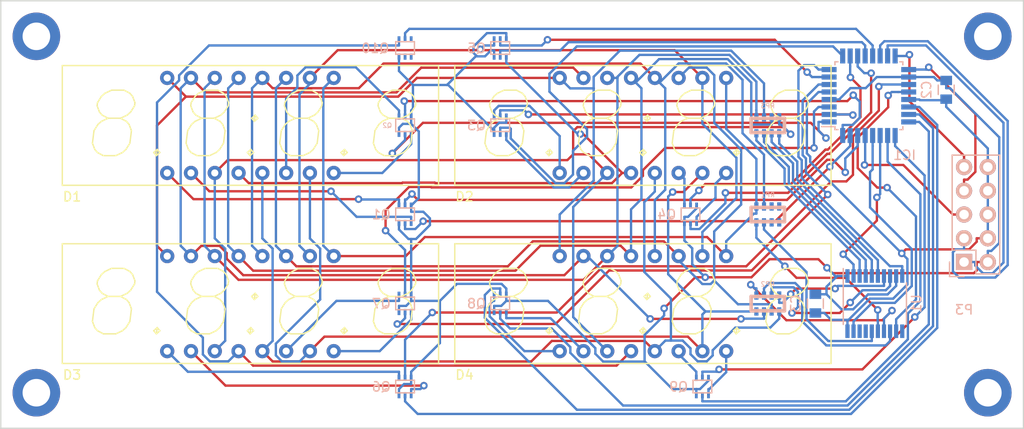
<source format=kicad_pcb>
(kicad_pcb (version 20160815) (host pcbnew "(2016-12-02 revision 54c5f6b)-master")

  (general
    (links 135)
    (no_connects 0)
    (area 81.204999 73.3375 190.575001 121.1075)
    (thickness 1.6)
    (drawings 4)
    (tracks 868)
    (zones 0)
    (modules 26)
    (nets 70)
  )

  (page USLetter)
  (title_block
    (title "7 segment module")
    (date 2017-01-09)
    (rev 1.0)
    (company "Bexkat Systems LLC")
  )

  (layers
    (0 F.Cu signal)
    (31 B.Cu signal)
    (32 B.Adhes user)
    (33 F.Adhes user)
    (34 B.Paste user)
    (35 F.Paste user)
    (36 B.SilkS user)
    (37 F.SilkS user)
    (38 B.Mask user)
    (39 F.Mask user)
    (40 Dwgs.User user)
    (41 Cmts.User user)
    (42 Eco1.User user)
    (43 Eco2.User user)
    (44 Edge.Cuts user)
    (45 Margin user)
    (46 B.CrtYd user)
    (47 F.CrtYd user)
    (48 B.Fab user)
    (49 F.Fab user)
  )

  (setup
    (last_trace_width 0.25)
    (trace_clearance 0.2)
    (zone_clearance 0.508)
    (zone_45_only no)
    (trace_min 0.2)
    (segment_width 0.2)
    (edge_width 0.15)
    (via_size 0.8)
    (via_drill 0.4)
    (via_min_size 0.4)
    (via_min_drill 0.3)
    (uvia_size 0.3)
    (uvia_drill 0.1)
    (uvias_allowed no)
    (uvia_min_size 0.2)
    (uvia_min_drill 0.1)
    (pcb_text_width 0.3)
    (pcb_text_size 1.5 1.5)
    (mod_edge_width 0.15)
    (mod_text_size 1 1)
    (mod_text_width 0.15)
    (pad_size 5.08 5.08)
    (pad_drill 2.9464)
    (pad_to_mask_clearance 0.2)
    (aux_axis_origin 0 0)
    (visible_elements FFFFFF7F)
    (pcbplotparams
      (layerselection 0x010fc_ffffffff)
      (usegerberextensions false)
      (excludeedgelayer true)
      (linewidth 0.100000)
      (plotframeref false)
      (viasonmask false)
      (mode 1)
      (useauxorigin false)
      (hpglpennumber 1)
      (hpglpenspeed 20)
      (hpglpendiameter 15)
      (psnegative false)
      (psa4output false)
      (plotreference true)
      (plotvalue true)
      (plotinvisibletext false)
      (padsonsilk false)
      (subtractmaskfromsilk false)
      (outputformat 1)
      (mirror false)
      (drillshape 0)
      (scaleselection 1)
      (outputdirectory /home/mstock/board/))
  )

  (net 0 "")
  (net 1 +5V)
  (net 2 GND)
  (net 3 /D)
  (net 4 /E)
  (net 5 /Digit2)
  (net 6 /Digit3)
  (net 7 /Tick0)
  (net 8 /F)
  (net 9 /G)
  (net 10 /DP)
  (net 11 /Colon0)
  (net 12 /Colon1)
  (net 13 /MOSI)
  (net 14 /MISO)
  (net 15 /SCK)
  (net 16 /Digit0)
  (net 17 /Digit1)
  (net 18 /Digit4)
  (net 19 /Digit5)
  (net 20 /Digit6)
  (net 21 /Digit7)
  (net 22 /~RESET)
  (net 23 /A)
  (net 24 /B)
  (net 25 /C)
  (net 26 "Net-(D1-Pad14)")
  (net 27 "Net-(D1-Pad16)")
  (net 28 "Net-(D1-Pad13)")
  (net 29 "Net-(D1-Pad3)")
  (net 30 "Net-(D1-Pad5)")
  (net 31 "Net-(D1-Pad12)")
  (net 32 "Net-(D1-Pad9)")
  (net 33 "Net-(D1-Pad7)")
  (net 34 "Net-(D1-Pad15)")
  (net 35 "Net-(D1-Pad11)")
  (net 36 "Net-(D1-Pad8)")
  (net 37 "Net-(D1-Pad6)")
  (net 38 "Net-(D1-Pad2)")
  (net 39 "Net-(D1-Pad1)")
  (net 40 "Net-(D2-Pad1)")
  (net 41 "Net-(D2-Pad2)")
  (net 42 "Net-(D2-Pad6)")
  (net 43 "Net-(D2-Pad8)")
  (net 44 "Net-(D1-Pad10)")
  (net 45 "Net-(D1-Pad4)")
  (net 46 /Digit10)
  (net 47 /Digit11)
  (net 48 /enable)
  (net 49 /Digit8)
  (net 50 /latch)
  (net 51 /Digit9)
  (net 52 /Digit12)
  (net 53 /Digit13)
  (net 54 /Digit14)
  (net 55 /Digit15)
  (net 56 /ser_out)
  (net 57 /ser_clk)
  (net 58 /Tick)
  (net 59 /Colon)
  (net 60 "Net-(D3-Pad8)")
  (net 61 "Net-(D3-Pad6)")
  (net 62 "Net-(D3-Pad4)")
  (net 63 "Net-(D3-Pad2)")
  (net 64 "Net-(D3-Pad1)")
  (net 65 "Net-(D4-Pad1)")
  (net 66 "Net-(D4-Pad2)")
  (net 67 "Net-(D4-Pad6)")
  (net 68 "Net-(D4-Pad8)")
  (net 69 /~SS)

  (net_class Default "This is the default net class."
    (clearance 0.2)
    (trace_width 0.25)
    (via_dia 0.8)
    (via_drill 0.4)
    (uvia_dia 0.3)
    (uvia_drill 0.1)
    (diff_pair_gap 0.25)
    (diff_pair_width 0.2)
    (add_net +5V)
    (add_net /A)
    (add_net /B)
    (add_net /C)
    (add_net /Colon)
    (add_net /Colon0)
    (add_net /Colon1)
    (add_net /D)
    (add_net /DP)
    (add_net /Digit0)
    (add_net /Digit1)
    (add_net /Digit10)
    (add_net /Digit11)
    (add_net /Digit12)
    (add_net /Digit13)
    (add_net /Digit14)
    (add_net /Digit15)
    (add_net /Digit2)
    (add_net /Digit3)
    (add_net /Digit4)
    (add_net /Digit5)
    (add_net /Digit6)
    (add_net /Digit7)
    (add_net /Digit8)
    (add_net /Digit9)
    (add_net /E)
    (add_net /F)
    (add_net /G)
    (add_net /MISO)
    (add_net /MOSI)
    (add_net /SCK)
    (add_net /Tick)
    (add_net /Tick0)
    (add_net /enable)
    (add_net /latch)
    (add_net /ser_clk)
    (add_net /ser_out)
    (add_net /~RESET)
    (add_net /~SS)
    (add_net GND)
    (add_net "Net-(D1-Pad1)")
    (add_net "Net-(D1-Pad10)")
    (add_net "Net-(D1-Pad11)")
    (add_net "Net-(D1-Pad12)")
    (add_net "Net-(D1-Pad13)")
    (add_net "Net-(D1-Pad14)")
    (add_net "Net-(D1-Pad15)")
    (add_net "Net-(D1-Pad16)")
    (add_net "Net-(D1-Pad2)")
    (add_net "Net-(D1-Pad3)")
    (add_net "Net-(D1-Pad4)")
    (add_net "Net-(D1-Pad5)")
    (add_net "Net-(D1-Pad6)")
    (add_net "Net-(D1-Pad7)")
    (add_net "Net-(D1-Pad8)")
    (add_net "Net-(D1-Pad9)")
    (add_net "Net-(D2-Pad1)")
    (add_net "Net-(D2-Pad2)")
    (add_net "Net-(D2-Pad6)")
    (add_net "Net-(D2-Pad8)")
    (add_net "Net-(D3-Pad1)")
    (add_net "Net-(D3-Pad2)")
    (add_net "Net-(D3-Pad4)")
    (add_net "Net-(D3-Pad6)")
    (add_net "Net-(D3-Pad8)")
    (add_net "Net-(D4-Pad1)")
    (add_net "Net-(D4-Pad2)")
    (add_net "Net-(D4-Pad6)")
    (add_net "Net-(D4-Pad8)")
  )

  (module Capacitors_SMD:C_0805 (layer B.Cu) (tedit 5875855B) (tstamp 58740F03)
    (at 182.245 83.82 270)
    (descr "Capacitor SMD 0805, reflow soldering, AVX (see smccp.pdf)")
    (tags "capacitor 0805")
    (path /5874A1C0)
    (attr smd)
    (fp_text reference C2 (at 0 2.1 270) (layer B.SilkS)
      (effects (font (size 1 1) (thickness 0.15)) (justify mirror))
    )
    (fp_text value 1uF (at 0 -2.1 270) (layer B.Fab) hide
      (effects (font (size 1 1) (thickness 0.15)) (justify mirror))
    )
    (fp_line (start -1.8 1) (end 1.8 1) (layer B.CrtYd) (width 0.05))
    (fp_line (start -1.8 -1) (end 1.8 -1) (layer B.CrtYd) (width 0.05))
    (fp_line (start -1.8 1) (end -1.8 -1) (layer B.CrtYd) (width 0.05))
    (fp_line (start 1.8 1) (end 1.8 -1) (layer B.CrtYd) (width 0.05))
    (fp_line (start 0.5 0.85) (end -0.5 0.85) (layer B.SilkS) (width 0.15))
    (fp_line (start -0.5 -0.85) (end 0.5 -0.85) (layer B.SilkS) (width 0.15))
    (pad 1 smd rect (at -1 0 270) (size 1 1.25) (layers B.Cu B.Paste B.Mask)
      (net 1 +5V))
    (pad 2 smd rect (at 1 0 270) (size 1 1.25) (layers B.Cu B.Paste B.Mask)
      (net 2 GND))
    (model Capacitors_SMD.3dshapes/C_0805.wrl
      (at (xyz 0 0 0))
      (scale (xyz 1 1 1))
      (rotate (xyz 0 0 0))
    )
  )

  (module Capacitors_SMD:C_0805 (layer B.Cu) (tedit 58758562) (tstamp 58740F09)
    (at 168.275 106.68 270)
    (descr "Capacitor SMD 0805, reflow soldering, AVX (see smccp.pdf)")
    (tags "capacitor 0805")
    (path /58749F8D)
    (attr smd)
    (fp_text reference C3 (at 0 2.1 270) (layer B.SilkS)
      (effects (font (size 1 1) (thickness 0.15)) (justify mirror))
    )
    (fp_text value 1uF (at 0 -2.1 270) (layer B.Fab) hide
      (effects (font (size 1 1) (thickness 0.15)) (justify mirror))
    )
    (fp_line (start -0.5 -0.85) (end 0.5 -0.85) (layer B.SilkS) (width 0.15))
    (fp_line (start 0.5 0.85) (end -0.5 0.85) (layer B.SilkS) (width 0.15))
    (fp_line (start 1.8 1) (end 1.8 -1) (layer B.CrtYd) (width 0.05))
    (fp_line (start -1.8 1) (end -1.8 -1) (layer B.CrtYd) (width 0.05))
    (fp_line (start -1.8 -1) (end 1.8 -1) (layer B.CrtYd) (width 0.05))
    (fp_line (start -1.8 1) (end 1.8 1) (layer B.CrtYd) (width 0.05))
    (pad 2 smd rect (at 1 0 270) (size 1 1.25) (layers B.Cu B.Paste B.Mask)
      (net 2 GND))
    (pad 1 smd rect (at -1 0 270) (size 1 1.25) (layers B.Cu B.Paste B.Mask)
      (net 1 +5V))
    (model Capacitors_SMD.3dshapes/C_0805.wrl
      (at (xyz 0 0 0))
      (scale (xyz 1 1 1))
      (rotate (xyz 0 0 0))
    )
  )

  (module Housings_QFP:TQFP-32_7x7mm_Pitch0.8mm (layer B.Cu) (tedit 58758568) (tstamp 58740F2D)
    (at 173.99 84.455)
    (descr "32-Lead Plastic Thin Quad Flatpack (PT) - 7x7x1.0 mm Body, 2.00 mm [TQFP] (see Microchip Packaging Specification 00000049BS.pdf)")
    (tags "QFP 0.8")
    (path /5874177B)
    (attr smd)
    (fp_text reference IC1 (at 3.81 6.35) (layer B.SilkS)
      (effects (font (size 1 1) (thickness 0.15)) (justify mirror))
    )
    (fp_text value ATTINY88-AZ (at 0 -6.05) (layer B.Fab) hide
      (effects (font (size 1 1) (thickness 0.15)) (justify mirror))
    )
    (fp_line (start -5.3 5.3) (end -5.3 -5.3) (layer B.CrtYd) (width 0.05))
    (fp_line (start 5.3 5.3) (end 5.3 -5.3) (layer B.CrtYd) (width 0.05))
    (fp_line (start -5.3 5.3) (end 5.3 5.3) (layer B.CrtYd) (width 0.05))
    (fp_line (start -5.3 -5.3) (end 5.3 -5.3) (layer B.CrtYd) (width 0.05))
    (fp_line (start -3.625 3.625) (end -3.625 3.3) (layer B.SilkS) (width 0.15))
    (fp_line (start 3.625 3.625) (end 3.625 3.3) (layer B.SilkS) (width 0.15))
    (fp_line (start 3.625 -3.625) (end 3.625 -3.3) (layer B.SilkS) (width 0.15))
    (fp_line (start -3.625 -3.625) (end -3.625 -3.3) (layer B.SilkS) (width 0.15))
    (fp_line (start -3.625 3.625) (end -3.3 3.625) (layer B.SilkS) (width 0.15))
    (fp_line (start -3.625 -3.625) (end -3.3 -3.625) (layer B.SilkS) (width 0.15))
    (fp_line (start 3.625 -3.625) (end 3.3 -3.625) (layer B.SilkS) (width 0.15))
    (fp_line (start 3.625 3.625) (end 3.3 3.625) (layer B.SilkS) (width 0.15))
    (fp_line (start -3.625 3.3) (end -5.05 3.3) (layer B.SilkS) (width 0.15))
    (pad 1 smd rect (at -4.25 2.8) (size 1.6 0.55) (layers B.Cu B.Paste B.Mask)
      (net 6 /Digit3))
    (pad 2 smd rect (at -4.25 2) (size 1.6 0.55) (layers B.Cu B.Paste B.Mask)
      (net 18 /Digit4))
    (pad 3 smd rect (at -4.25 1.2) (size 1.6 0.55) (layers B.Cu B.Paste B.Mask)
      (net 46 /Digit10))
    (pad 4 smd rect (at -4.25 0.4) (size 1.6 0.55) (layers B.Cu B.Paste B.Mask)
      (net 1 +5V))
    (pad 5 smd rect (at -4.25 -0.4) (size 1.6 0.55) (layers B.Cu B.Paste B.Mask)
      (net 2 GND))
    (pad 6 smd rect (at -4.25 -1.2) (size 1.6 0.55) (layers B.Cu B.Paste B.Mask)
      (net 47 /Digit11))
    (pad 7 smd rect (at -4.25 -2) (size 1.6 0.55) (layers B.Cu B.Paste B.Mask)
      (net 7 /Tick0))
    (pad 8 smd rect (at -4.25 -2.8) (size 1.6 0.55) (layers B.Cu B.Paste B.Mask)
      (net 48 /enable))
    (pad 9 smd rect (at -2.8 -4.25 270) (size 1.6 0.55) (layers B.Cu B.Paste B.Mask)
      (net 19 /Digit5))
    (pad 10 smd rect (at -2 -4.25 270) (size 1.6 0.55) (layers B.Cu B.Paste B.Mask)
      (net 20 /Digit6))
    (pad 11 smd rect (at -1.2 -4.25 270) (size 1.6 0.55) (layers B.Cu B.Paste B.Mask)
      (net 21 /Digit7))
    (pad 12 smd rect (at -0.4 -4.25 270) (size 1.6 0.55) (layers B.Cu B.Paste B.Mask)
      (net 11 /Colon0))
    (pad 13 smd rect (at 0.4 -4.25 270) (size 1.6 0.55) (layers B.Cu B.Paste B.Mask)
      (net 12 /Colon1))
    (pad 14 smd rect (at 1.2 -4.25 270) (size 1.6 0.55) (layers B.Cu B.Paste B.Mask)
      (net 69 /~SS))
    (pad 15 smd rect (at 2 -4.25 270) (size 1.6 0.55) (layers B.Cu B.Paste B.Mask)
      (net 13 /MOSI))
    (pad 16 smd rect (at 2.8 -4.25 270) (size 1.6 0.55) (layers B.Cu B.Paste B.Mask)
      (net 14 /MISO))
    (pad 17 smd rect (at 4.25 -2.8) (size 1.6 0.55) (layers B.Cu B.Paste B.Mask)
      (net 15 /SCK))
    (pad 18 smd rect (at 4.25 -2) (size 1.6 0.55) (layers B.Cu B.Paste B.Mask)
      (net 1 +5V))
    (pad 19 smd rect (at 4.25 -1.2) (size 1.6 0.55) (layers B.Cu B.Paste B.Mask)
      (net 49 /Digit8))
    (pad 20 smd rect (at 4.25 -0.4) (size 1.6 0.55) (layers B.Cu B.Paste B.Mask)
      (net 50 /latch))
    (pad 21 smd rect (at 4.25 0.4) (size 1.6 0.55) (layers B.Cu B.Paste B.Mask)
      (net 2 GND))
    (pad 22 smd rect (at 4.25 1.2) (size 1.6 0.55) (layers B.Cu B.Paste B.Mask)
      (net 51 /Digit9))
    (pad 23 smd rect (at 4.25 2) (size 1.6 0.55) (layers B.Cu B.Paste B.Mask)
      (net 52 /Digit12))
    (pad 24 smd rect (at 4.25 2.8) (size 1.6 0.55) (layers B.Cu B.Paste B.Mask)
      (net 53 /Digit13))
    (pad 25 smd rect (at 2.8 4.25 270) (size 1.6 0.55) (layers B.Cu B.Paste B.Mask)
      (net 54 /Digit14))
    (pad 26 smd rect (at 2 4.25 270) (size 1.6 0.55) (layers B.Cu B.Paste B.Mask)
      (net 55 /Digit15))
    (pad 27 smd rect (at 1.2 4.25 270) (size 1.6 0.55) (layers B.Cu B.Paste B.Mask)
      (net 56 /ser_out))
    (pad 28 smd rect (at 0.4 4.25 270) (size 1.6 0.55) (layers B.Cu B.Paste B.Mask)
      (net 57 /ser_clk))
    (pad 29 smd rect (at -0.4 4.25 270) (size 1.6 0.55) (layers B.Cu B.Paste B.Mask)
      (net 22 /~RESET))
    (pad 30 smd rect (at -1.2 4.25 270) (size 1.6 0.55) (layers B.Cu B.Paste B.Mask)
      (net 16 /Digit0))
    (pad 31 smd rect (at -2 4.25 270) (size 1.6 0.55) (layers B.Cu B.Paste B.Mask)
      (net 17 /Digit1))
    (pad 32 smd rect (at -2.8 4.25 270) (size 1.6 0.55) (layers B.Cu B.Paste B.Mask)
      (net 5 /Digit2))
    (model Housings_QFP.3dshapes/TQFP-32_7x7mm_Pitch0.8mm.wrl
      (at (xyz 0 0 0))
      (scale (xyz 1 1 1))
      (rotate (xyz 0 0 0))
    )
  )

  (module mstock:YSM-439AxxA-35 (layer F.Cu) (tedit 587D5B01) (tstamp 58744D53)
    (at 107.95 87.63)
    (tags 7seg)
    (path /587408D3)
    (fp_text reference D1 (at -19.05 7.62) (layer F.SilkS)
      (effects (font (size 1 1) (thickness 0.15)))
    )
    (fp_text value Quad7seg (at 13.17244 7.5184) (layer F.Fab) hide
      (effects (font (size 1 1) (thickness 0.15)))
    )
    (fp_line (start 20.09 -6.4) (end 20.09 6.4) (layer F.SilkS) (width 0.15))
    (fp_line (start -20.09 -6.4) (end 20.09 -6.4) (layer F.SilkS) (width 0.15))
    (fp_line (start -20.09 6.4) (end -20.09 -6.4) (layer F.SilkS) (width 0.15))
    (fp_line (start 20.09 6.4) (end -20.09 6.4) (layer F.SilkS) (width 0.15))
    (fp_text user 8.8:8.8 (at 0 0) (layer F.SilkS)
      (effects (font (size 7 7) (thickness 0.15) italic))
    )
    (pad 16 thru_hole circle (at -8.89 -5.08) (size 1.524 1.524) (drill 0.762) (layers *.Cu *.Mask)
      (net 27 "Net-(D1-Pad16)"))
    (pad 15 thru_hole circle (at -6.35 -5.08) (size 1.524 1.524) (drill 0.762) (layers *.Cu *.Mask)
      (net 34 "Net-(D1-Pad15)"))
    (pad 14 thru_hole circle (at -3.81 -5.08) (size 1.524 1.524) (drill 0.762) (layers *.Cu *.Mask)
      (net 26 "Net-(D1-Pad14)"))
    (pad 13 thru_hole circle (at -1.27 -5.08) (size 1.524 1.524) (drill 0.762) (layers *.Cu *.Mask)
      (net 28 "Net-(D1-Pad13)"))
    (pad 12 thru_hole circle (at 1.27 -5.08) (size 1.524 1.524) (drill 0.762) (layers *.Cu *.Mask)
      (net 31 "Net-(D1-Pad12)"))
    (pad 11 thru_hole circle (at 3.81 -5.08) (size 1.524 1.524) (drill 0.762) (layers *.Cu *.Mask)
      (net 35 "Net-(D1-Pad11)"))
    (pad 10 thru_hole circle (at 6.35 -5.08) (size 1.524 1.524) (drill 0.762) (layers *.Cu *.Mask)
      (net 44 "Net-(D1-Pad10)"))
    (pad 9 thru_hole circle (at 8.89 -5.08) (size 1.524 1.524) (drill 0.762) (layers *.Cu *.Mask)
      (net 32 "Net-(D1-Pad9)"))
    (pad 8 thru_hole circle (at 8.89 5.08) (size 1.524 1.524) (drill 0.762) (layers *.Cu *.Mask)
      (net 36 "Net-(D1-Pad8)"))
    (pad 7 thru_hole circle (at 6.35 5.08) (size 1.524 1.524) (drill 0.762) (layers *.Cu *.Mask)
      (net 33 "Net-(D1-Pad7)"))
    (pad 6 thru_hole circle (at 3.81 5.08) (size 1.524 1.524) (drill 0.762) (layers *.Cu *.Mask)
      (net 37 "Net-(D1-Pad6)"))
    (pad 5 thru_hole circle (at 1.27 5.08) (size 1.524 1.524) (drill 0.762) (layers *.Cu *.Mask)
      (net 30 "Net-(D1-Pad5)"))
    (pad 4 thru_hole circle (at -1.27 5.08) (size 1.524 1.524) (drill 0.762) (layers *.Cu *.Mask)
      (net 45 "Net-(D1-Pad4)"))
    (pad 3 thru_hole circle (at -3.81 5.08) (size 1.524 1.524) (drill 0.762) (layers *.Cu *.Mask)
      (net 29 "Net-(D1-Pad3)"))
    (pad 2 thru_hole circle (at -6.35 5.08) (size 1.524 1.524) (drill 0.762) (layers *.Cu *.Mask)
      (net 38 "Net-(D1-Pad2)"))
    (pad 1 thru_hole circle (at -8.89 5.08) (size 1.524 1.524) (drill 0.762) (layers *.Cu *.Mask)
      (net 39 "Net-(D1-Pad1)"))
  )

  (module mstock:YSM-439AxxA-35 (layer F.Cu) (tedit 587D5B06) (tstamp 58744D6C)
    (at 149.86 87.63)
    (tags 7seg)
    (path /5874318D)
    (fp_text reference D2 (at -19.05 7.62) (layer F.SilkS)
      (effects (font (size 1 1) (thickness 0.15)))
    )
    (fp_text value Quad7seg (at 13.17244 7.5184) (layer F.Fab) hide
      (effects (font (size 1 1) (thickness 0.15)))
    )
    (fp_text user 8.8:8.8 (at 0 0) (layer F.SilkS)
      (effects (font (size 7 7) (thickness 0.15) italic))
    )
    (fp_line (start 20.09 6.4) (end -20.09 6.4) (layer F.SilkS) (width 0.15))
    (fp_line (start -20.09 6.4) (end -20.09 -6.4) (layer F.SilkS) (width 0.15))
    (fp_line (start -20.09 -6.4) (end 20.09 -6.4) (layer F.SilkS) (width 0.15))
    (fp_line (start 20.09 -6.4) (end 20.09 6.4) (layer F.SilkS) (width 0.15))
    (pad 1 thru_hole circle (at -8.89 5.08) (size 1.524 1.524) (drill 0.762) (layers *.Cu *.Mask)
      (net 40 "Net-(D2-Pad1)"))
    (pad 2 thru_hole circle (at -6.35 5.08) (size 1.524 1.524) (drill 0.762) (layers *.Cu *.Mask)
      (net 41 "Net-(D2-Pad2)"))
    (pad 3 thru_hole circle (at -3.81 5.08) (size 1.524 1.524) (drill 0.762) (layers *.Cu *.Mask)
      (net 29 "Net-(D1-Pad3)"))
    (pad 4 thru_hole circle (at -1.27 5.08) (size 1.524 1.524) (drill 0.762) (layers *.Cu *.Mask)
      (net 45 "Net-(D1-Pad4)"))
    (pad 5 thru_hole circle (at 1.27 5.08) (size 1.524 1.524) (drill 0.762) (layers *.Cu *.Mask)
      (net 30 "Net-(D1-Pad5)"))
    (pad 6 thru_hole circle (at 3.81 5.08) (size 1.524 1.524) (drill 0.762) (layers *.Cu *.Mask)
      (net 42 "Net-(D2-Pad6)"))
    (pad 7 thru_hole circle (at 6.35 5.08) (size 1.524 1.524) (drill 0.762) (layers *.Cu *.Mask)
      (net 33 "Net-(D1-Pad7)"))
    (pad 8 thru_hole circle (at 8.89 5.08) (size 1.524 1.524) (drill 0.762) (layers *.Cu *.Mask)
      (net 43 "Net-(D2-Pad8)"))
    (pad 9 thru_hole circle (at 8.89 -5.08) (size 1.524 1.524) (drill 0.762) (layers *.Cu *.Mask)
      (net 32 "Net-(D1-Pad9)"))
    (pad 10 thru_hole circle (at 6.35 -5.08) (size 1.524 1.524) (drill 0.762) (layers *.Cu *.Mask)
      (net 44 "Net-(D1-Pad10)"))
    (pad 11 thru_hole circle (at 3.81 -5.08) (size 1.524 1.524) (drill 0.762) (layers *.Cu *.Mask)
      (net 35 "Net-(D1-Pad11)"))
    (pad 12 thru_hole circle (at 1.27 -5.08) (size 1.524 1.524) (drill 0.762) (layers *.Cu *.Mask)
      (net 31 "Net-(D1-Pad12)"))
    (pad 13 thru_hole circle (at -1.27 -5.08) (size 1.524 1.524) (drill 0.762) (layers *.Cu *.Mask)
      (net 28 "Net-(D1-Pad13)"))
    (pad 14 thru_hole circle (at -3.81 -5.08) (size 1.524 1.524) (drill 0.762) (layers *.Cu *.Mask)
      (net 26 "Net-(D1-Pad14)"))
    (pad 15 thru_hole circle (at -6.35 -5.08) (size 1.524 1.524) (drill 0.762) (layers *.Cu *.Mask)
      (net 34 "Net-(D1-Pad15)"))
    (pad 16 thru_hole circle (at -8.89 -5.08) (size 1.524 1.524) (drill 0.762) (layers *.Cu *.Mask)
      (net 27 "Net-(D1-Pad16)"))
  )

  (module mstock-new:CAY16-J4 (layer B.Cu) (tedit 587545AA) (tstamp 58746201)
    (at 163.195 97.155)
    (path /5874B662)
    (fp_text reference RP1 (at 0 -2.0828) (layer B.SilkS)
      (effects (font (size 0.508 0.508) (thickness 0.0762)) (justify mirror))
    )
    (fp_text value 330 (at 1.8796 1.9304) (layer B.SilkS) hide
      (effects (font (size 0.508 0.508) (thickness 0.0762)) (justify mirror))
    )
    (fp_line (start -1.778 -0.762) (end -1.778 0.762) (layer B.SilkS) (width 0.381))
    (fp_line (start 1.778 -0.762) (end -1.778 -0.762) (layer B.SilkS) (width 0.381))
    (fp_line (start 1.778 0.762) (end 1.778 -0.762) (layer B.SilkS) (width 0.381))
    (fp_line (start -1.778 0.762) (end 1.778 0.762) (layer B.SilkS) (width 0.381))
    (pad 1 smd rect (at -1.2192 0.8382) (size 0.4445 0.889) (layers B.Cu B.Paste B.Mask)
      (net 58 /Tick))
    (pad 5 smd rect (at 1.2192 -0.8636) (size 0.4445 0.889) (layers B.Cu B.Paste B.Mask))
    (pad 4 smd rect (at 1.2192 0.8382) (size 0.4445 0.889) (layers B.Cu B.Paste B.Mask))
    (pad 6 smd rect (at 0.4064 -0.8636) (size 0.4445 0.889) (layers B.Cu B.Paste B.Mask))
    (pad 3 smd rect (at 0.4064 0.8382) (size 0.4445 0.889) (layers B.Cu B.Paste B.Mask))
    (pad 7 smd rect (at -0.4064 -0.8636) (size 0.4445 0.889) (layers B.Cu B.Paste B.Mask)
      (net 31 "Net-(D1-Pad12)"))
    (pad 2 smd rect (at -0.4064 0.8382) (size 0.4445 0.889) (layers B.Cu B.Paste B.Mask)
      (net 59 /Colon))
    (pad 8 smd rect (at -1.2192 -0.8636) (size 0.4445 0.889) (layers B.Cu B.Paste B.Mask)
      (net 32 "Net-(D1-Pad9)"))
  )

  (module mstock-new:CAY16-J4 (layer B.Cu) (tedit 58754608) (tstamp 58746211)
    (at 163.195 106.68)
    (path /5874C0F6)
    (fp_text reference RP2 (at 0 -2.0828) (layer B.SilkS)
      (effects (font (size 0.508 0.508) (thickness 0.0762)) (justify mirror))
    )
    (fp_text value 330 (at 1.8796 1.9304) (layer B.SilkS) hide
      (effects (font (size 0.508 0.508) (thickness 0.0762)) (justify mirror))
    )
    (fp_line (start -1.778 0.762) (end 1.778 0.762) (layer B.SilkS) (width 0.381))
    (fp_line (start 1.778 0.762) (end 1.778 -0.762) (layer B.SilkS) (width 0.381))
    (fp_line (start 1.778 -0.762) (end -1.778 -0.762) (layer B.SilkS) (width 0.381))
    (fp_line (start -1.778 -0.762) (end -1.778 0.762) (layer B.SilkS) (width 0.381))
    (pad 8 smd rect (at -1.2192 -0.8636) (size 0.4445 0.889) (layers B.Cu B.Paste B.Mask)
      (net 10 /DP))
    (pad 2 smd rect (at -0.4064 0.8382) (size 0.4445 0.889) (layers B.Cu B.Paste B.Mask)
      (net 34 "Net-(D1-Pad15)"))
    (pad 7 smd rect (at -0.4064 -0.8636) (size 0.4445 0.889) (layers B.Cu B.Paste B.Mask)
      (net 9 /G))
    (pad 3 smd rect (at 0.4064 0.8382) (size 0.4445 0.889) (layers B.Cu B.Paste B.Mask)
      (net 35 "Net-(D1-Pad11)"))
    (pad 6 smd rect (at 0.4064 -0.8636) (size 0.4445 0.889) (layers B.Cu B.Paste B.Mask)
      (net 8 /F))
    (pad 4 smd rect (at 1.2192 0.8382) (size 0.4445 0.889) (layers B.Cu B.Paste B.Mask)
      (net 30 "Net-(D1-Pad5)"))
    (pad 5 smd rect (at 1.2192 -0.8636) (size 0.4445 0.889) (layers B.Cu B.Paste B.Mask)
      (net 4 /E))
    (pad 1 smd rect (at -1.2192 0.8382) (size 0.4445 0.889) (layers B.Cu B.Paste B.Mask)
      (net 33 "Net-(D1-Pad7)"))
  )

  (module mstock-new:CAY16-J4 (layer B.Cu) (tedit 587545A7) (tstamp 58746221)
    (at 163.195 87.63)
    (path /5874C86F)
    (fp_text reference RP3 (at 0 -2.0828) (layer B.SilkS)
      (effects (font (size 0.508 0.508) (thickness 0.0762)) (justify mirror))
    )
    (fp_text value 330 (at 1.8796 1.9304) (layer B.SilkS) hide
      (effects (font (size 0.508 0.508) (thickness 0.0762)) (justify mirror))
    )
    (fp_line (start -1.778 -0.762) (end -1.778 0.762) (layer B.SilkS) (width 0.381))
    (fp_line (start 1.778 -0.762) (end -1.778 -0.762) (layer B.SilkS) (width 0.381))
    (fp_line (start 1.778 0.762) (end 1.778 -0.762) (layer B.SilkS) (width 0.381))
    (fp_line (start -1.778 0.762) (end 1.778 0.762) (layer B.SilkS) (width 0.381))
    (pad 1 smd rect (at -1.2192 0.8382) (size 0.4445 0.889) (layers B.Cu B.Paste B.Mask)
      (net 23 /A))
    (pad 5 smd rect (at 1.2192 -0.8636) (size 0.4445 0.889) (layers B.Cu B.Paste B.Mask)
      (net 29 "Net-(D1-Pad3)"))
    (pad 4 smd rect (at 1.2192 0.8382) (size 0.4445 0.889) (layers B.Cu B.Paste B.Mask)
      (net 3 /D))
    (pad 6 smd rect (at 0.4064 -0.8636) (size 0.4445 0.889) (layers B.Cu B.Paste B.Mask)
      (net 28 "Net-(D1-Pad13)"))
    (pad 3 smd rect (at 0.4064 0.8382) (size 0.4445 0.889) (layers B.Cu B.Paste B.Mask)
      (net 25 /C))
    (pad 7 smd rect (at -0.4064 -0.8636) (size 0.4445 0.889) (layers B.Cu B.Paste B.Mask)
      (net 27 "Net-(D1-Pad16)"))
    (pad 2 smd rect (at -0.4064 0.8382) (size 0.4445 0.889) (layers B.Cu B.Paste B.Mask)
      (net 24 /B))
    (pad 8 smd rect (at -1.2192 -0.8636) (size 0.4445 0.889) (layers B.Cu B.Paste B.Mask)
      (net 26 "Net-(D1-Pad14)"))
  )

  (module mstock-new:SOT-363 (layer B.Cu) (tedit 587584A0) (tstamp 587545DC)
    (at 124.46 97.155)
    (tags smd)
    (path /58754157)
    (fp_text reference Q1 (at -2.54 0) (layer B.SilkS)
      (effects (font (size 1 1) (thickness 0.15)) (justify mirror))
    )
    (fp_text value MBT3904DW1 (at 0 2.05) (layer B.Fab) hide
      (effects (font (size 1 1) (thickness 0.15)) (justify mirror))
    )
    (fp_line (start 1 0.65) (end 1 -0.7) (layer B.SilkS) (width 0.15))
    (fp_line (start -1 0.65) (end 1 0.65) (layer B.SilkS) (width 0.15))
    (fp_line (start -1 -0.7) (end -1 0.65) (layer B.SilkS) (width 0.15))
    (fp_line (start 1 -0.7) (end -1 -0.7) (layer B.SilkS) (width 0.15))
    (pad 6 smd rect (at -0.65 0.9) (size 0.3 0.66) (layers B.Cu B.Paste B.Mask)
      (net 1 +5V))
    (pad 5 smd rect (at 0 0.9) (size 0.3 0.66) (layers B.Cu B.Paste B.Mask)
      (net 17 /Digit1))
    (pad 4 smd rect (at 0.65 0.9) (size 0.3 0.66) (layers B.Cu B.Paste B.Mask)
      (net 38 "Net-(D1-Pad2)"))
    (pad 3 smd rect (at 0.65 -0.95) (size 0.3 0.66) (layers B.Cu B.Paste B.Mask)
      (net 1 +5V))
    (pad 2 smd rect (at 0 -0.96) (size 0.3 0.66) (layers B.Cu B.Paste B.Mask)
      (net 16 /Digit0))
    (pad 1 smd rect (at -0.65 -0.95) (size 0.3 0.66) (layers B.Cu B.Paste B.Mask)
      (net 39 "Net-(D1-Pad1)"))
  )

  (module mstock-new:SOT-363 (layer B.Cu) (tedit 587584A3) (tstamp 587545E9)
    (at 124.46 87.63)
    (tags smd)
    (path /5875427E)
    (fp_text reference Q2 (at -1.905 0) (layer B.SilkS)
      (effects (font (size 0.5 0.5) (thickness 0.0762)) (justify mirror))
    )
    (fp_text value MBT3904DW1 (at 0 2.05) (layer B.Fab) hide
      (effects (font (size 1 1) (thickness 0.15)) (justify mirror))
    )
    (fp_line (start 1 -0.7) (end -1 -0.7) (layer B.SilkS) (width 0.15))
    (fp_line (start -1 -0.7) (end -1 0.65) (layer B.SilkS) (width 0.15))
    (fp_line (start -1 0.65) (end 1 0.65) (layer B.SilkS) (width 0.15))
    (fp_line (start 1 0.65) (end 1 -0.7) (layer B.SilkS) (width 0.15))
    (pad 1 smd rect (at -0.65 -0.95) (size 0.3 0.66) (layers B.Cu B.Paste B.Mask)
      (net 37 "Net-(D1-Pad6)"))
    (pad 2 smd rect (at 0 -0.96) (size 0.3 0.66) (layers B.Cu B.Paste B.Mask)
      (net 5 /Digit2))
    (pad 3 smd rect (at 0.65 -0.95) (size 0.3 0.66) (layers B.Cu B.Paste B.Mask)
      (net 1 +5V))
    (pad 4 smd rect (at 0.65 0.9) (size 0.3 0.66) (layers B.Cu B.Paste B.Mask)
      (net 36 "Net-(D1-Pad8)"))
    (pad 5 smd rect (at 0 0.9) (size 0.3 0.66) (layers B.Cu B.Paste B.Mask)
      (net 6 /Digit3))
    (pad 6 smd rect (at -0.65 0.9) (size 0.3 0.66) (layers B.Cu B.Paste B.Mask)
      (net 1 +5V))
  )

  (module mstock-new:SOT-363 (layer B.Cu) (tedit 58758641) (tstamp 587545F6)
    (at 134.62 87.63)
    (tags smd)
    (path /5875435B)
    (fp_text reference Q3 (at -2.54 0) (layer B.SilkS)
      (effects (font (size 1 1) (thickness 0.15)) (justify mirror))
    )
    (fp_text value MBT3904DW1 (at 0 2.05) (layer B.Fab) hide
      (effects (font (size 1 1) (thickness 0.15)) (justify mirror))
    )
    (fp_line (start 1 0.65) (end 1 -0.7) (layer B.SilkS) (width 0.15))
    (fp_line (start -1 0.65) (end 1 0.65) (layer B.SilkS) (width 0.15))
    (fp_line (start -1 -0.7) (end -1 0.65) (layer B.SilkS) (width 0.15))
    (fp_line (start 1 -0.7) (end -1 -0.7) (layer B.SilkS) (width 0.15))
    (pad 6 smd rect (at -0.65 0.9) (size 0.3 0.66) (layers B.Cu B.Paste B.Mask)
      (net 1 +5V))
    (pad 5 smd rect (at 0 0.9) (size 0.3 0.66) (layers B.Cu B.Paste B.Mask)
      (net 19 /Digit5))
    (pad 4 smd rect (at 0.65 0.9) (size 0.3 0.66) (layers B.Cu B.Paste B.Mask)
      (net 41 "Net-(D2-Pad2)"))
    (pad 3 smd rect (at 0.65 -0.95) (size 0.3 0.66) (layers B.Cu B.Paste B.Mask)
      (net 1 +5V))
    (pad 2 smd rect (at 0 -0.96) (size 0.3 0.66) (layers B.Cu B.Paste B.Mask)
      (net 18 /Digit4))
    (pad 1 smd rect (at -0.65 -0.95) (size 0.3 0.66) (layers B.Cu B.Paste B.Mask)
      (net 40 "Net-(D2-Pad1)"))
  )

  (module mstock-new:SOT-363 (layer B.Cu) (tedit 5875863C) (tstamp 58754603)
    (at 154.94 97.155)
    (tags smd)
    (path /587544A8)
    (fp_text reference Q4 (at -2.54 0) (layer B.SilkS)
      (effects (font (size 1 1) (thickness 0.15)) (justify mirror))
    )
    (fp_text value MBT3904DW1 (at 0 2.05) (layer B.Fab) hide
      (effects (font (size 1 1) (thickness 0.15)) (justify mirror))
    )
    (fp_line (start 1 -0.7) (end -1 -0.7) (layer B.SilkS) (width 0.15))
    (fp_line (start -1 -0.7) (end -1 0.65) (layer B.SilkS) (width 0.15))
    (fp_line (start -1 0.65) (end 1 0.65) (layer B.SilkS) (width 0.15))
    (fp_line (start 1 0.65) (end 1 -0.7) (layer B.SilkS) (width 0.15))
    (pad 1 smd rect (at -0.65 -0.95) (size 0.3 0.66) (layers B.Cu B.Paste B.Mask)
      (net 42 "Net-(D2-Pad6)"))
    (pad 2 smd rect (at 0 -0.96) (size 0.3 0.66) (layers B.Cu B.Paste B.Mask)
      (net 20 /Digit6))
    (pad 3 smd rect (at 0.65 -0.95) (size 0.3 0.66) (layers B.Cu B.Paste B.Mask)
      (net 1 +5V))
    (pad 4 smd rect (at 0.65 0.9) (size 0.3 0.66) (layers B.Cu B.Paste B.Mask)
      (net 43 "Net-(D2-Pad8)"))
    (pad 5 smd rect (at 0 0.9) (size 0.3 0.66) (layers B.Cu B.Paste B.Mask)
      (net 21 /Digit7))
    (pad 6 smd rect (at -0.65 0.9) (size 0.3 0.66) (layers B.Cu B.Paste B.Mask)
      (net 1 +5V))
  )

  (module mstock-new:SOT-363 (layer B.Cu) (tedit 587D5AF2) (tstamp 587583AF)
    (at 134.62 79.375)
    (tags smd)
    (path /5875DB34)
    (fp_text reference Q5 (at -2.54 0) (layer B.SilkS)
      (effects (font (size 1 1) (thickness 0.15)) (justify mirror))
    )
    (fp_text value MBT3904DW1 (at 0 2.05) (layer B.Fab) hide
      (effects (font (size 1 1) (thickness 0.15)) (justify mirror))
    )
    (fp_line (start 1 0.65) (end 1 -0.7) (layer B.SilkS) (width 0.15))
    (fp_line (start -1 0.65) (end 1 0.65) (layer B.SilkS) (width 0.15))
    (fp_line (start -1 -0.7) (end -1 0.65) (layer B.SilkS) (width 0.15))
    (fp_line (start 1 -0.7) (end -1 -0.7) (layer B.SilkS) (width 0.15))
    (pad 6 smd rect (at -0.65 0.9) (size 0.3 0.66) (layers B.Cu B.Paste B.Mask)
      (net 1 +5V))
    (pad 5 smd rect (at 0 0.9) (size 0.3 0.66) (layers B.Cu B.Paste B.Mask)
      (net 11 /Colon0))
    (pad 4 smd rect (at 0.65 0.9) (size 0.3 0.66) (layers B.Cu B.Paste B.Mask)
      (net 45 "Net-(D1-Pad4)"))
    (pad 3 smd rect (at 0.65 -0.95) (size 0.3 0.66) (layers B.Cu B.Paste B.Mask)
      (net 1 +5V))
    (pad 2 smd rect (at 0 -0.96) (size 0.3 0.66) (layers B.Cu B.Paste B.Mask)
      (net 7 /Tick0))
    (pad 1 smd rect (at -0.65 -0.95) (size 0.3 0.66) (layers B.Cu B.Paste B.Mask)
      (net 44 "Net-(D1-Pad10)"))
  )

  (module mstock-new:SOT-363 (layer B.Cu) (tedit 587584BB) (tstamp 587583BD)
    (at 124.46 115.57)
    (tags smd)
    (path /587591A7)
    (fp_text reference Q6 (at -2.54 0) (layer B.SilkS)
      (effects (font (size 1 1) (thickness 0.15)) (justify mirror))
    )
    (fp_text value MBT3904DW1 (at 0 2.54) (layer B.Fab) hide
      (effects (font (size 1 1) (thickness 0.15)) (justify mirror))
    )
    (fp_line (start 1 -0.7) (end -1 -0.7) (layer B.SilkS) (width 0.15))
    (fp_line (start -1 -0.7) (end -1 0.65) (layer B.SilkS) (width 0.15))
    (fp_line (start -1 0.65) (end 1 0.65) (layer B.SilkS) (width 0.15))
    (fp_line (start 1 0.65) (end 1 -0.7) (layer B.SilkS) (width 0.15))
    (pad 1 smd rect (at -0.65 -0.95) (size 0.3 0.66) (layers B.Cu B.Paste B.Mask)
      (net 64 "Net-(D3-Pad1)"))
    (pad 2 smd rect (at 0 -0.96) (size 0.3 0.66) (layers B.Cu B.Paste B.Mask)
      (net 49 /Digit8))
    (pad 3 smd rect (at 0.65 -0.95) (size 0.3 0.66) (layers B.Cu B.Paste B.Mask)
      (net 1 +5V))
    (pad 4 smd rect (at 0.65 0.9) (size 0.3 0.66) (layers B.Cu B.Paste B.Mask)
      (net 63 "Net-(D3-Pad2)"))
    (pad 5 smd rect (at 0 0.9) (size 0.3 0.66) (layers B.Cu B.Paste B.Mask)
      (net 51 /Digit9))
    (pad 6 smd rect (at -0.65 0.9) (size 0.3 0.66) (layers B.Cu B.Paste B.Mask)
      (net 1 +5V))
  )

  (module mstock-new:SOT-363 (layer B.Cu) (tedit 587584AB) (tstamp 587583CB)
    (at 124.46 106.68)
    (tags smd)
    (path /587591B3)
    (fp_text reference Q7 (at -2.54 0) (layer B.SilkS)
      (effects (font (size 1 1) (thickness 0.15)) (justify mirror))
    )
    (fp_text value MBT3904DW1 (at 0 2.05) (layer B.Fab) hide
      (effects (font (size 1 1) (thickness 0.15)) (justify mirror))
    )
    (fp_line (start 1 0.65) (end 1 -0.7) (layer B.SilkS) (width 0.15))
    (fp_line (start -1 0.65) (end 1 0.65) (layer B.SilkS) (width 0.15))
    (fp_line (start -1 -0.7) (end -1 0.65) (layer B.SilkS) (width 0.15))
    (fp_line (start 1 -0.7) (end -1 -0.7) (layer B.SilkS) (width 0.15))
    (pad 6 smd rect (at -0.65 0.9) (size 0.3 0.66) (layers B.Cu B.Paste B.Mask)
      (net 1 +5V))
    (pad 5 smd rect (at 0 0.9) (size 0.3 0.66) (layers B.Cu B.Paste B.Mask)
      (net 47 /Digit11))
    (pad 4 smd rect (at 0.65 0.9) (size 0.3 0.66) (layers B.Cu B.Paste B.Mask)
      (net 60 "Net-(D3-Pad8)"))
    (pad 3 smd rect (at 0.65 -0.95) (size 0.3 0.66) (layers B.Cu B.Paste B.Mask)
      (net 1 +5V))
    (pad 2 smd rect (at 0 -0.96) (size 0.3 0.66) (layers B.Cu B.Paste B.Mask)
      (net 46 /Digit10))
    (pad 1 smd rect (at -0.65 -0.95) (size 0.3 0.66) (layers B.Cu B.Paste B.Mask)
      (net 61 "Net-(D3-Pad6)"))
  )

  (module mstock-new:SOT-363 (layer B.Cu) (tedit 587584E0) (tstamp 587583D9)
    (at 134.62 106.68)
    (tags smd)
    (path /5875969B)
    (fp_text reference Q8 (at -2.54 0) (layer B.SilkS)
      (effects (font (size 1 1) (thickness 0.15)) (justify mirror))
    )
    (fp_text value MBT3904DW1 (at 0 2.05) (layer B.Fab) hide
      (effects (font (size 1 1) (thickness 0.15)) (justify mirror))
    )
    (fp_line (start 1 -0.7) (end -1 -0.7) (layer B.SilkS) (width 0.15))
    (fp_line (start -1 -0.7) (end -1 0.65) (layer B.SilkS) (width 0.15))
    (fp_line (start -1 0.65) (end 1 0.65) (layer B.SilkS) (width 0.15))
    (fp_line (start 1 0.65) (end 1 -0.7) (layer B.SilkS) (width 0.15))
    (pad 1 smd rect (at -0.65 -0.95) (size 0.3 0.66) (layers B.Cu B.Paste B.Mask)
      (net 65 "Net-(D4-Pad1)"))
    (pad 2 smd rect (at 0 -0.96) (size 0.3 0.66) (layers B.Cu B.Paste B.Mask)
      (net 52 /Digit12))
    (pad 3 smd rect (at 0.65 -0.95) (size 0.3 0.66) (layers B.Cu B.Paste B.Mask)
      (net 1 +5V))
    (pad 4 smd rect (at 0.65 0.9) (size 0.3 0.66) (layers B.Cu B.Paste B.Mask)
      (net 66 "Net-(D4-Pad2)"))
    (pad 5 smd rect (at 0 0.9) (size 0.3 0.66) (layers B.Cu B.Paste B.Mask)
      (net 53 /Digit13))
    (pad 6 smd rect (at -0.65 0.9) (size 0.3 0.66) (layers B.Cu B.Paste B.Mask)
      (net 1 +5V))
  )

  (module mstock-new:SOT-363 (layer B.Cu) (tedit 587584CF) (tstamp 587583E7)
    (at 156.21 115.57)
    (tags smd)
    (path /587596A7)
    (fp_text reference Q9 (at -2.54 0) (layer B.SilkS)
      (effects (font (size 1 1) (thickness 0.15)) (justify mirror))
    )
    (fp_text value MBT3904DW1 (at 0 2.05) (layer B.Fab) hide
      (effects (font (size 1 1) (thickness 0.15)) (justify mirror))
    )
    (fp_line (start 1 0.65) (end 1 -0.7) (layer B.SilkS) (width 0.15))
    (fp_line (start -1 0.65) (end 1 0.65) (layer B.SilkS) (width 0.15))
    (fp_line (start -1 -0.7) (end -1 0.65) (layer B.SilkS) (width 0.15))
    (fp_line (start 1 -0.7) (end -1 -0.7) (layer B.SilkS) (width 0.15))
    (pad 6 smd rect (at -0.65 0.9) (size 0.3 0.66) (layers B.Cu B.Paste B.Mask)
      (net 1 +5V))
    (pad 5 smd rect (at 0 0.9) (size 0.3 0.66) (layers B.Cu B.Paste B.Mask)
      (net 55 /Digit15))
    (pad 4 smd rect (at 0.65 0.9) (size 0.3 0.66) (layers B.Cu B.Paste B.Mask)
      (net 68 "Net-(D4-Pad8)"))
    (pad 3 smd rect (at 0.65 -0.95) (size 0.3 0.66) (layers B.Cu B.Paste B.Mask)
      (net 1 +5V))
    (pad 2 smd rect (at 0 -0.96) (size 0.3 0.66) (layers B.Cu B.Paste B.Mask)
      (net 54 /Digit14))
    (pad 1 smd rect (at -0.65 -0.95) (size 0.3 0.66) (layers B.Cu B.Paste B.Mask)
      (net 67 "Net-(D4-Pad6)"))
  )

  (module mstock-new:SOT-363 (layer B.Cu) (tedit 58758648) (tstamp 587583F5)
    (at 124.46 79.375)
    (tags smd)
    (path /5875D25D)
    (fp_text reference Q10 (at -3.175 0) (layer B.SilkS)
      (effects (font (size 1 1) (thickness 0.15)) (justify mirror))
    )
    (fp_text value MBT3904DW1 (at 0 2.05) (layer B.Fab) hide
      (effects (font (size 1 1) (thickness 0.15)) (justify mirror))
    )
    (fp_line (start 1 -0.7) (end -1 -0.7) (layer B.SilkS) (width 0.15))
    (fp_line (start -1 -0.7) (end -1 0.65) (layer B.SilkS) (width 0.15))
    (fp_line (start -1 0.65) (end 1 0.65) (layer B.SilkS) (width 0.15))
    (fp_line (start 1 0.65) (end 1 -0.7) (layer B.SilkS) (width 0.15))
    (pad 1 smd rect (at -0.65 -0.95) (size 0.3 0.66) (layers B.Cu B.Paste B.Mask)
      (net 62 "Net-(D3-Pad4)"))
    (pad 2 smd rect (at 0 -0.96) (size 0.3 0.66) (layers B.Cu B.Paste B.Mask)
      (net 12 /Colon1))
    (pad 3 smd rect (at 0.65 -0.95) (size 0.3 0.66) (layers B.Cu B.Paste B.Mask))
    (pad 4 smd rect (at 0.65 0.9) (size 0.3 0.66) (layers B.Cu B.Paste B.Mask))
    (pad 5 smd rect (at 0 0.9) (size 0.3 0.66) (layers B.Cu B.Paste B.Mask))
    (pad 6 smd rect (at -0.65 0.9) (size 0.3 0.66) (layers B.Cu B.Paste B.Mask)
      (net 1 +5V))
  )

  (module Housings_SSOP:TSSOP-20_4.4x6.5mm_Pitch0.65mm (layer B.Cu) (tedit 5875A3D7) (tstamp 5875840D)
    (at 174.625 106.68 270)
    (descr "20-Lead Plastic Thin Shrink Small Outline (ST)-4.4 mm Body [TSSOP] (see Microchip Packaging Specification 00000049BS.pdf)")
    (tags "SSOP 0.65")
    (path /58755916)
    (attr smd)
    (fp_text reference U1 (at 0 -4.445 270) (layer B.SilkS)
      (effects (font (size 1 1) (thickness 0.15)) (justify mirror))
    )
    (fp_text value TLC6C5912 (at 0 -4.3 270) (layer B.Fab) hide
      (effects (font (size 1 1) (thickness 0.15)) (justify mirror))
    )
    (fp_line (start -3.95 3.55) (end -3.95 -3.55) (layer B.CrtYd) (width 0.05))
    (fp_line (start 3.95 3.55) (end 3.95 -3.55) (layer B.CrtYd) (width 0.05))
    (fp_line (start -3.95 3.55) (end 3.95 3.55) (layer B.CrtYd) (width 0.05))
    (fp_line (start -3.95 -3.55) (end 3.95 -3.55) (layer B.CrtYd) (width 0.05))
    (fp_line (start -2.225 -3.375) (end 2.225 -3.375) (layer B.SilkS) (width 0.15))
    (fp_line (start -3.75 3.375) (end 2.225 3.375) (layer B.SilkS) (width 0.15))
    (pad 1 smd rect (at -2.95 2.925 270) (size 1.45 0.45) (layers B.Cu B.Paste B.Mask)
      (net 1 +5V))
    (pad 2 smd rect (at -2.95 2.275 270) (size 1.45 0.45) (layers B.Cu B.Paste B.Mask)
      (net 56 /ser_out))
    (pad 3 smd rect (at -2.95 1.625 270) (size 1.45 0.45) (layers B.Cu B.Paste B.Mask)
      (net 23 /A))
    (pad 4 smd rect (at -2.95 0.975 270) (size 1.45 0.45) (layers B.Cu B.Paste B.Mask)
      (net 24 /B))
    (pad 5 smd rect (at -2.95 0.325 270) (size 1.45 0.45) (layers B.Cu B.Paste B.Mask)
      (net 25 /C))
    (pad 6 smd rect (at -2.95 -0.325 270) (size 1.45 0.45) (layers B.Cu B.Paste B.Mask)
      (net 3 /D))
    (pad 7 smd rect (at -2.95 -0.975 270) (size 1.45 0.45) (layers B.Cu B.Paste B.Mask)
      (net 4 /E))
    (pad 8 smd rect (at -2.95 -1.625 270) (size 1.45 0.45) (layers B.Cu B.Paste B.Mask)
      (net 8 /F))
    (pad 9 smd rect (at -2.95 -2.275 270) (size 1.45 0.45) (layers B.Cu B.Paste B.Mask)
      (net 1 +5V))
    (pad 10 smd rect (at -2.95 -2.925 270) (size 1.45 0.45) (layers B.Cu B.Paste B.Mask)
      (net 48 /enable))
    (pad 11 smd rect (at 2.95 -2.925 270) (size 1.45 0.45) (layers B.Cu B.Paste B.Mask))
    (pad 12 smd rect (at 2.95 -2.275 270) (size 1.45 0.45) (layers B.Cu B.Paste B.Mask)
      (net 50 /latch))
    (pad 13 smd rect (at 2.95 -1.625 270) (size 1.45 0.45) (layers B.Cu B.Paste B.Mask)
      (net 9 /G))
    (pad 14 smd rect (at 2.95 -0.975 270) (size 1.45 0.45) (layers B.Cu B.Paste B.Mask)
      (net 10 /DP))
    (pad 15 smd rect (at 2.95 -0.325 270) (size 1.45 0.45) (layers B.Cu B.Paste B.Mask)
      (net 58 /Tick))
    (pad 16 smd rect (at 2.95 0.325 270) (size 1.45 0.45) (layers B.Cu B.Paste B.Mask)
      (net 59 /Colon))
    (pad 17 smd rect (at 2.95 0.975 270) (size 1.45 0.45) (layers B.Cu B.Paste B.Mask))
    (pad 18 smd rect (at 2.95 1.625 270) (size 1.45 0.45) (layers B.Cu B.Paste B.Mask))
    (pad 19 smd rect (at 2.95 2.275 270) (size 1.45 0.45) (layers B.Cu B.Paste B.Mask)
      (net 57 /ser_clk))
    (pad 20 smd rect (at 2.95 2.925 270) (size 1.45 0.45) (layers B.Cu B.Paste B.Mask)
      (net 2 GND))
    (model Housings_SSOP.3dshapes/TSSOP-20_4.4x6.5mm_Pitch0.65mm.wrl
      (at (xyz 0 0 0))
      (scale (xyz 1 1 1))
      (rotate (xyz 0 0 0))
    )
  )

  (module mstock:YSM-439AxxA-35 (layer F.Cu) (tedit 587D5B0F) (tstamp 587585E3)
    (at 107.95 106.68)
    (tags 7seg)
    (path /5875917D)
    (fp_text reference D3 (at -19.05 7.62) (layer F.SilkS)
      (effects (font (size 1 1) (thickness 0.15)))
    )
    (fp_text value Quad7seg (at 13.17244 7.5184) (layer F.Fab) hide
      (effects (font (size 1 1) (thickness 0.15)))
    )
    (fp_line (start 20.09 -6.4) (end 20.09 6.4) (layer F.SilkS) (width 0.15))
    (fp_line (start -20.09 -6.4) (end 20.09 -6.4) (layer F.SilkS) (width 0.15))
    (fp_line (start -20.09 6.4) (end -20.09 -6.4) (layer F.SilkS) (width 0.15))
    (fp_line (start 20.09 6.4) (end -20.09 6.4) (layer F.SilkS) (width 0.15))
    (fp_text user 8.8:8.8 (at 0 0) (layer F.SilkS)
      (effects (font (size 7 7) (thickness 0.15) italic))
    )
    (pad 16 thru_hole circle (at -8.89 -5.08) (size 1.524 1.524) (drill 0.762) (layers *.Cu *.Mask)
      (net 27 "Net-(D1-Pad16)"))
    (pad 15 thru_hole circle (at -6.35 -5.08) (size 1.524 1.524) (drill 0.762) (layers *.Cu *.Mask)
      (net 34 "Net-(D1-Pad15)"))
    (pad 14 thru_hole circle (at -3.81 -5.08) (size 1.524 1.524) (drill 0.762) (layers *.Cu *.Mask)
      (net 26 "Net-(D1-Pad14)"))
    (pad 13 thru_hole circle (at -1.27 -5.08) (size 1.524 1.524) (drill 0.762) (layers *.Cu *.Mask)
      (net 28 "Net-(D1-Pad13)"))
    (pad 12 thru_hole circle (at 1.27 -5.08) (size 1.524 1.524) (drill 0.762) (layers *.Cu *.Mask)
      (net 31 "Net-(D1-Pad12)"))
    (pad 11 thru_hole circle (at 3.81 -5.08) (size 1.524 1.524) (drill 0.762) (layers *.Cu *.Mask)
      (net 35 "Net-(D1-Pad11)"))
    (pad 10 thru_hole circle (at 6.35 -5.08) (size 1.524 1.524) (drill 0.762) (layers *.Cu *.Mask)
      (net 44 "Net-(D1-Pad10)"))
    (pad 9 thru_hole circle (at 8.89 -5.08) (size 1.524 1.524) (drill 0.762) (layers *.Cu *.Mask)
      (net 32 "Net-(D1-Pad9)"))
    (pad 8 thru_hole circle (at 8.89 5.08) (size 1.524 1.524) (drill 0.762) (layers *.Cu *.Mask)
      (net 60 "Net-(D3-Pad8)"))
    (pad 7 thru_hole circle (at 6.35 5.08) (size 1.524 1.524) (drill 0.762) (layers *.Cu *.Mask)
      (net 33 "Net-(D1-Pad7)"))
    (pad 6 thru_hole circle (at 3.81 5.08) (size 1.524 1.524) (drill 0.762) (layers *.Cu *.Mask)
      (net 61 "Net-(D3-Pad6)"))
    (pad 5 thru_hole circle (at 1.27 5.08) (size 1.524 1.524) (drill 0.762) (layers *.Cu *.Mask)
      (net 30 "Net-(D1-Pad5)"))
    (pad 4 thru_hole circle (at -1.27 5.08) (size 1.524 1.524) (drill 0.762) (layers *.Cu *.Mask)
      (net 62 "Net-(D3-Pad4)"))
    (pad 3 thru_hole circle (at -3.81 5.08) (size 1.524 1.524) (drill 0.762) (layers *.Cu *.Mask)
      (net 29 "Net-(D1-Pad3)"))
    (pad 2 thru_hole circle (at -6.35 5.08) (size 1.524 1.524) (drill 0.762) (layers *.Cu *.Mask)
      (net 63 "Net-(D3-Pad2)"))
    (pad 1 thru_hole circle (at -8.89 5.08) (size 1.524 1.524) (drill 0.762) (layers *.Cu *.Mask)
      (net 64 "Net-(D3-Pad1)"))
  )

  (module mstock:YSM-439AxxA-35 (layer F.Cu) (tedit 587D5B0A) (tstamp 587585FC)
    (at 149.86 106.68)
    (tags 7seg)
    (path /58759671)
    (fp_text reference D4 (at -19.05 7.62) (layer F.SilkS)
      (effects (font (size 1 1) (thickness 0.15)))
    )
    (fp_text value Quad7seg (at 13.17244 7.5184) (layer F.Fab) hide
      (effects (font (size 1 1) (thickness 0.15)))
    )
    (fp_text user 8.8:8.8 (at 0 0) (layer F.SilkS)
      (effects (font (size 7 7) (thickness 0.15) italic))
    )
    (fp_line (start 20.09 6.4) (end -20.09 6.4) (layer F.SilkS) (width 0.15))
    (fp_line (start -20.09 6.4) (end -20.09 -6.4) (layer F.SilkS) (width 0.15))
    (fp_line (start -20.09 -6.4) (end 20.09 -6.4) (layer F.SilkS) (width 0.15))
    (fp_line (start 20.09 -6.4) (end 20.09 6.4) (layer F.SilkS) (width 0.15))
    (pad 1 thru_hole circle (at -8.89 5.08) (size 1.524 1.524) (drill 0.762) (layers *.Cu *.Mask)
      (net 65 "Net-(D4-Pad1)"))
    (pad 2 thru_hole circle (at -6.35 5.08) (size 1.524 1.524) (drill 0.762) (layers *.Cu *.Mask)
      (net 66 "Net-(D4-Pad2)"))
    (pad 3 thru_hole circle (at -3.81 5.08) (size 1.524 1.524) (drill 0.762) (layers *.Cu *.Mask)
      (net 29 "Net-(D1-Pad3)"))
    (pad 4 thru_hole circle (at -1.27 5.08) (size 1.524 1.524) (drill 0.762) (layers *.Cu *.Mask)
      (net 62 "Net-(D3-Pad4)"))
    (pad 5 thru_hole circle (at 1.27 5.08) (size 1.524 1.524) (drill 0.762) (layers *.Cu *.Mask)
      (net 30 "Net-(D1-Pad5)"))
    (pad 6 thru_hole circle (at 3.81 5.08) (size 1.524 1.524) (drill 0.762) (layers *.Cu *.Mask)
      (net 67 "Net-(D4-Pad6)"))
    (pad 7 thru_hole circle (at 6.35 5.08) (size 1.524 1.524) (drill 0.762) (layers *.Cu *.Mask)
      (net 33 "Net-(D1-Pad7)"))
    (pad 8 thru_hole circle (at 8.89 5.08) (size 1.524 1.524) (drill 0.762) (layers *.Cu *.Mask)
      (net 68 "Net-(D4-Pad8)"))
    (pad 9 thru_hole circle (at 8.89 -5.08) (size 1.524 1.524) (drill 0.762) (layers *.Cu *.Mask)
      (net 32 "Net-(D1-Pad9)"))
    (pad 10 thru_hole circle (at 6.35 -5.08) (size 1.524 1.524) (drill 0.762) (layers *.Cu *.Mask)
      (net 44 "Net-(D1-Pad10)"))
    (pad 11 thru_hole circle (at 3.81 -5.08) (size 1.524 1.524) (drill 0.762) (layers *.Cu *.Mask)
      (net 35 "Net-(D1-Pad11)"))
    (pad 12 thru_hole circle (at 1.27 -5.08) (size 1.524 1.524) (drill 0.762) (layers *.Cu *.Mask)
      (net 31 "Net-(D1-Pad12)"))
    (pad 13 thru_hole circle (at -1.27 -5.08) (size 1.524 1.524) (drill 0.762) (layers *.Cu *.Mask)
      (net 28 "Net-(D1-Pad13)"))
    (pad 14 thru_hole circle (at -3.81 -5.08) (size 1.524 1.524) (drill 0.762) (layers *.Cu *.Mask)
      (net 26 "Net-(D1-Pad14)"))
    (pad 15 thru_hole circle (at -6.35 -5.08) (size 1.524 1.524) (drill 0.762) (layers *.Cu *.Mask)
      (net 34 "Net-(D1-Pad15)"))
    (pad 16 thru_hole circle (at -8.89 -5.08) (size 1.524 1.524) (drill 0.762) (layers *.Cu *.Mask)
      (net 27 "Net-(D1-Pad16)"))
  )

  (module Wire_Pads:SolderWirePad_single_2mmDrill (layer F.Cu) (tedit 587D4C9B) (tstamp 5875A314)
    (at 85.09 78.105)
    (path /587625B0)
    (fp_text reference P1 (at 0 -3.81) (layer F.SilkS) hide
      (effects (font (size 1 1) (thickness 0.15)))
    )
    (fp_text value TST (at -0.635 3.81) (layer F.Fab) hide
      (effects (font (size 1 1) (thickness 0.15)))
    )
    (pad "" np_thru_hole circle (at 0 0) (size 5.08 5.08) (drill 2.9464) (layers *.Cu *.Mask))
  )

  (module Wire_Pads:SolderWirePad_single_2mmDrill (layer F.Cu) (tedit 587D4CB2) (tstamp 5875A319)
    (at 85.09 116.205)
    (path /58762704)
    (fp_text reference P2 (at 0 -3.81) (layer F.SilkS) hide
      (effects (font (size 1 1) (thickness 0.15)))
    )
    (fp_text value TST (at -0.635 3.81) (layer F.Fab) hide
      (effects (font (size 1 1) (thickness 0.15)))
    )
    (pad "" np_thru_hole circle (at 0 0) (size 5.08 5.08) (drill 2.9464) (layers *.Cu *.Mask))
  )

  (module Wire_Pads:SolderWirePad_single_2mmDrill (layer F.Cu) (tedit 587D4CAD) (tstamp 5875A31E)
    (at 186.69 116.205)
    (path /58762785)
    (fp_text reference P4 (at 0 -3.81) (layer F.SilkS) hide
      (effects (font (size 1 1) (thickness 0.15)))
    )
    (fp_text value TST (at -0.635 3.81) (layer F.Fab) hide
      (effects (font (size 1 1) (thickness 0.15)))
    )
    (pad "" np_thru_hole circle (at 0 0) (size 5.08 5.08) (drill 2.9464) (layers *.Cu *.Mask))
  )

  (module Wire_Pads:SolderWirePad_single_2mmDrill (layer F.Cu) (tedit 587D4CA8) (tstamp 5875A323)
    (at 186.69 78.105)
    (path /58762801)
    (fp_text reference P5 (at 0 -3.81) (layer F.SilkS) hide
      (effects (font (size 1 1) (thickness 0.15)))
    )
    (fp_text value TST (at -0.635 3.81) (layer F.Fab) hide
      (effects (font (size 1 1) (thickness 0.15)))
    )
    (pad "" np_thru_hole circle (at 0 0) (size 5.08 5.08) (drill 2.9464) (layers *.Cu *.Mask))
  )

  (module Pin_Headers:Pin_Header_Straight_2x05 (layer B.Cu) (tedit 0) (tstamp 5876FC24)
    (at 184.15 102.235)
    (descr "Through hole pin header")
    (tags "pin header")
    (path /587478DA)
    (fp_text reference P3 (at 0 5.1) (layer B.SilkS)
      (effects (font (size 1 1) (thickness 0.15)) (justify mirror))
    )
    (fp_text value SPI (at 0 3.1) (layer B.Fab)
      (effects (font (size 1 1) (thickness 0.15)) (justify mirror))
    )
    (fp_line (start -1.75 1.75) (end -1.75 -11.95) (layer B.CrtYd) (width 0.05))
    (fp_line (start 4.3 1.75) (end 4.3 -11.95) (layer B.CrtYd) (width 0.05))
    (fp_line (start -1.75 1.75) (end 4.3 1.75) (layer B.CrtYd) (width 0.05))
    (fp_line (start -1.75 -11.95) (end 4.3 -11.95) (layer B.CrtYd) (width 0.05))
    (fp_line (start 3.81 1.27) (end 3.81 -11.43) (layer B.SilkS) (width 0.15))
    (fp_line (start 3.81 -11.43) (end -1.27 -11.43) (layer B.SilkS) (width 0.15))
    (fp_line (start -1.27 -11.43) (end -1.27 -1.27) (layer B.SilkS) (width 0.15))
    (fp_line (start 3.81 1.27) (end 1.27 1.27) (layer B.SilkS) (width 0.15))
    (fp_line (start 0 1.55) (end -1.55 1.55) (layer B.SilkS) (width 0.15))
    (fp_line (start 1.27 1.27) (end 1.27 -1.27) (layer B.SilkS) (width 0.15))
    (fp_line (start 1.27 -1.27) (end -1.27 -1.27) (layer B.SilkS) (width 0.15))
    (fp_line (start -1.55 1.55) (end -1.55 0) (layer B.SilkS) (width 0.15))
    (pad 1 thru_hole rect (at 0 0) (size 1.7272 1.7272) (drill 1.016) (layers *.Cu *.Mask B.SilkS)
      (net 13 /MOSI))
    (pad 2 thru_hole oval (at 2.54 0) (size 1.7272 1.7272) (drill 1.016) (layers *.Cu *.Mask B.SilkS)
      (net 1 +5V))
    (pad 3 thru_hole oval (at 0 -2.54) (size 1.7272 1.7272) (drill 1.016) (layers *.Cu *.Mask B.SilkS)
      (net 69 /~SS))
    (pad 4 thru_hole oval (at 2.54 -2.54) (size 1.7272 1.7272) (drill 1.016) (layers *.Cu *.Mask B.SilkS)
      (net 2 GND))
    (pad 5 thru_hole oval (at 0 -5.08) (size 1.7272 1.7272) (drill 1.016) (layers *.Cu *.Mask B.SilkS)
      (net 22 /~RESET))
    (pad 6 thru_hole oval (at 2.54 -5.08) (size 1.7272 1.7272) (drill 1.016) (layers *.Cu *.Mask B.SilkS)
      (net 2 GND))
    (pad 7 thru_hole oval (at 0 -7.62) (size 1.7272 1.7272) (drill 1.016) (layers *.Cu *.Mask B.SilkS)
      (net 15 /SCK))
    (pad 8 thru_hole oval (at 2.54 -7.62) (size 1.7272 1.7272) (drill 1.016) (layers *.Cu *.Mask B.SilkS)
      (net 2 GND))
    (pad 9 thru_hole oval (at 0 -10.16) (size 1.7272 1.7272) (drill 1.016) (layers *.Cu *.Mask B.SilkS)
      (net 14 /MISO))
    (pad 10 thru_hole oval (at 2.54 -10.16) (size 1.7272 1.7272) (drill 1.016) (layers *.Cu *.Mask B.SilkS)
      (net 2 GND))
    (model Pin_Headers.3dshapes/Pin_Header_Straight_2x05.wrl
      (at (xyz 0.05 -0.2 0))
      (scale (xyz 1 1 1))
      (rotate (xyz 0 0 90))
    )
  )

  (gr_line (start 190.5 120.015) (end 81.28 120.015) (angle 90) (layer Edge.Cuts) (width 0.15))
  (gr_line (start 190.5 74.295) (end 190.5 120.015) (angle 90) (layer Edge.Cuts) (width 0.15))
  (gr_line (start 81.28 74.295) (end 190.5 74.295) (angle 90) (layer Edge.Cuts) (width 0.15))
  (gr_line (start 81.28 120.015) (end 81.28 74.295) (angle 90) (layer Edge.Cuts) (width 0.15))

  (via (at 156.5092 103.8632) (size 0.8) (layers F.Cu B.Cu) (net 1))
  (via (at 152.1225 107.1852) (size 0.8) (layers F.Cu B.Cu) (net 1))
  (via (at 169.5127 102.8474) (size 0.8) (layers F.Cu B.Cu) (net 1))
  (segment (start 186.69 102.235) (end 185.5011 102.235) (width 0.25) (layer F.Cu) (net 1))
  (segment (start 135.27 105.4023) (end 135.27 105.0747) (width 0.25) (layer B.Cu) (net 1))
  (segment (start 135.27 105.4023) (end 135.27 105.73) (width 0.25) (layer B.Cu) (net 1))
  (segment (start 176.9 103.73) (end 176.9 104.7803) (width 0.25) (layer B.Cu) (net 1))
  (segment (start 154.6838 97.3997) (end 154.29 97.3997) (width 0.25) (layer B.Cu) (net 1))
  (segment (start 155.59 96.4935) (end 154.6838 97.3997) (width 0.25) (layer B.Cu) (net 1))
  (segment (start 155.59 96.205) (end 155.59 96.4935) (width 0.25) (layer B.Cu) (net 1))
  (segment (start 154.29 98.055) (end 154.29 97.3997) (width 0.25) (layer B.Cu) (net 1))
  (segment (start 135.27 86.68) (end 135.27 87.3353) (width 0.25) (layer B.Cu) (net 1))
  (segment (start 134.5094 87.3353) (end 135.27 87.3353) (width 0.25) (layer B.Cu) (net 1))
  (segment (start 133.97 87.8747) (end 134.5094 87.3353) (width 0.25) (layer B.Cu) (net 1))
  (segment (start 125.11 105.73) (end 125.11 105.0747) (width 0.25) (layer B.Cu) (net 1))
  (segment (start 125.11 105.0747) (end 125.11 99.7723) (width 0.25) (layer B.Cu) (net 1))
  (segment (start 123.81 98.7544) (end 123.81 98.055) (width 0.25) (layer B.Cu) (net 1))
  (segment (start 124.8279 99.7723) (end 123.81 98.7544) (width 0.25) (layer B.Cu) (net 1))
  (segment (start 125.11 99.7723) (end 124.8279 99.7723) (width 0.25) (layer B.Cu) (net 1))
  (segment (start 135.27 105.73) (end 135.27 106.3853) (width 0.25) (layer B.Cu) (net 1))
  (segment (start 134.7306 106.9247) (end 133.97 106.9247) (width 0.25) (layer B.Cu) (net 1))
  (segment (start 135.27 106.3853) (end 134.7306 106.9247) (width 0.25) (layer B.Cu) (net 1))
  (segment (start 133.97 107.58) (end 133.97 106.9247) (width 0.25) (layer B.Cu) (net 1))
  (segment (start 150.0372 110.0339) (end 150.0372 112.8472) (width 0.25) (layer B.Cu) (net 1))
  (segment (start 152.1225 107.9486) (end 150.0372 110.0339) (width 0.25) (layer B.Cu) (net 1))
  (segment (start 152.1225 107.1852) (end 152.1225 107.9486) (width 0.25) (layer B.Cu) (net 1))
  (segment (start 139.7217 106.3853) (end 135.27 106.3853) (width 0.25) (layer B.Cu) (net 1))
  (segment (start 144.78 111.4436) (end 139.7217 106.3853) (width 0.25) (layer B.Cu) (net 1))
  (segment (start 144.78 112.0448) (end 144.78 111.4436) (width 0.25) (layer B.Cu) (net 1))
  (segment (start 145.6126 112.8774) (end 144.78 112.0448) (width 0.25) (layer B.Cu) (net 1))
  (segment (start 150.007 112.8774) (end 145.6126 112.8774) (width 0.25) (layer B.Cu) (net 1))
  (segment (start 150.0372 112.8472) (end 150.007 112.8774) (width 0.25) (layer B.Cu) (net 1))
  (segment (start 153.0047 115.8147) (end 155.56 115.8147) (width 0.25) (layer B.Cu) (net 1))
  (segment (start 150.0372 112.8472) (end 153.0047 115.8147) (width 0.25) (layer B.Cu) (net 1))
  (segment (start 155.56 116.47) (end 155.56 115.8147) (width 0.25) (layer B.Cu) (net 1))
  (segment (start 155.9538 115.8147) (end 155.56 115.8147) (width 0.25) (layer B.Cu) (net 1))
  (segment (start 156.86 114.9085) (end 155.9538 115.8147) (width 0.25) (layer B.Cu) (net 1))
  (segment (start 156.86 114.62) (end 156.86 114.9085) (width 0.25) (layer B.Cu) (net 1))
  (segment (start 124.3494 115.2753) (end 123.81 115.8147) (width 0.25) (layer B.Cu) (net 1))
  (segment (start 125.11 115.2753) (end 124.3494 115.2753) (width 0.25) (layer B.Cu) (net 1))
  (segment (start 123.81 116.47) (end 123.81 115.8147) (width 0.25) (layer B.Cu) (net 1))
  (segment (start 155.1226 102.4766) (end 156.5092 103.8632) (width 0.25) (layer B.Cu) (net 1))
  (segment (start 155.1226 100.7726) (end 155.1226 102.4766) (width 0.25) (layer B.Cu) (net 1))
  (segment (start 154.29 99.94) (end 155.1226 100.7726) (width 0.25) (layer B.Cu) (net 1))
  (segment (start 154.29 98.055) (end 154.29 99.94) (width 0.25) (layer B.Cu) (net 1))
  (segment (start 155.4445 103.8632) (end 156.5092 103.8632) (width 0.25) (layer F.Cu) (net 1))
  (segment (start 152.1225 107.1852) (end 155.4445 103.8632) (width 0.25) (layer F.Cu) (net 1))
  (segment (start 182.6576 83.6453) (end 182.245 83.6453) (width 0.25) (layer B.Cu) (net 1))
  (segment (start 187.9089 88.8966) (end 182.6576 83.6453) (width 0.25) (layer B.Cu) (net 1))
  (segment (start 187.9089 100.1987) (end 187.9089 88.8966) (width 0.25) (layer B.Cu) (net 1))
  (segment (start 187.0615 101.0461) (end 187.9089 100.1987) (width 0.25) (layer B.Cu) (net 1))
  (segment (start 186.69 101.0461) (end 187.0615 101.0461) (width 0.25) (layer B.Cu) (net 1))
  (segment (start 186.69 102.235) (end 186.69 101.0461) (width 0.25) (layer B.Cu) (net 1))
  (segment (start 182.245 82.82) (end 182.245 83.6453) (width 0.25) (layer B.Cu) (net 1))
  (segment (start 182.245 82.82) (end 181.2947 82.82) (width 0.25) (layer B.Cu) (net 1))
  (segment (start 135.27 78.425) (end 135.27 77.7697) (width 0.25) (layer B.Cu) (net 1))
  (segment (start 125.11 114.62) (end 125.11 113.9647) (width 0.25) (layer B.Cu) (net 1))
  (segment (start 125.11 86.68) (end 125.11 87.3353) (width 0.25) (layer B.Cu) (net 1))
  (segment (start 125.11 96.205) (end 125.11 96.8603) (width 0.25) (layer B.Cu) (net 1))
  (segment (start 123.81 88.53) (end 123.81 87.8747) (width 0.25) (layer B.Cu) (net 1))
  (segment (start 125.11 87.4603) (end 125.11 87.3353) (width 0.25) (layer B.Cu) (net 1))
  (segment (start 124.2244 87.4603) (end 123.81 87.8747) (width 0.25) (layer B.Cu) (net 1))
  (segment (start 125.11 87.4603) (end 124.2244 87.4603) (width 0.25) (layer B.Cu) (net 1))
  (segment (start 125.925 88.2753) (end 125.11 87.4603) (width 0.25) (layer B.Cu) (net 1))
  (segment (start 125.925 95.39) (end 125.925 88.2753) (width 0.25) (layer B.Cu) (net 1))
  (segment (start 125.11 96.205) (end 125.925 95.39) (width 0.25) (layer B.Cu) (net 1))
  (segment (start 125.3013 85.8334) (end 125.3013 83.305) (width 0.25) (layer B.Cu) (net 1))
  (segment (start 125.11 86.0247) (end 125.3013 85.8334) (width 0.25) (layer B.Cu) (net 1))
  (segment (start 123.81 81.8137) (end 123.81 80.275) (width 0.25) (layer B.Cu) (net 1))
  (segment (start 125.3013 83.305) (end 123.81 81.8137) (width 0.25) (layer B.Cu) (net 1))
  (segment (start 133.97 88.53) (end 133.97 88.2064) (width 0.25) (layer B.Cu) (net 1))
  (segment (start 133.97 88.2064) (end 133.97 87.8747) (width 0.25) (layer B.Cu) (net 1))
  (segment (start 168.275 105.68) (end 169.2253 105.68) (width 0.25) (layer B.Cu) (net 1))
  (segment (start 180.9297 82.455) (end 181.2947 82.82) (width 0.25) (layer B.Cu) (net 1))
  (segment (start 178.24 82.455) (end 180.9297 82.455) (width 0.25) (layer B.Cu) (net 1))
  (segment (start 125.11 105.73) (end 125.11 106.3853) (width 0.25) (layer B.Cu) (net 1))
  (segment (start 128.1802 110.8945) (end 128.1802 106.3853) (width 0.25) (layer B.Cu) (net 1))
  (segment (start 125.11 113.9647) (end 128.1802 110.8945) (width 0.25) (layer B.Cu) (net 1))
  (segment (start 130.0013 104.5642) (end 128.1802 106.3853) (width 0.25) (layer B.Cu) (net 1))
  (segment (start 134.7595 104.5642) (end 130.0013 104.5642) (width 0.25) (layer B.Cu) (net 1))
  (segment (start 135.27 105.0747) (end 134.7595 104.5642) (width 0.25) (layer B.Cu) (net 1))
  (segment (start 128.1802 106.3853) (end 125.11 106.3853) (width 0.25) (layer B.Cu) (net 1))
  (segment (start 124.5706 106.9247) (end 123.81 106.9247) (width 0.25) (layer B.Cu) (net 1))
  (segment (start 125.11 106.3853) (end 124.5706 106.9247) (width 0.25) (layer B.Cu) (net 1))
  (segment (start 123.81 107.58) (end 123.81 106.9247) (width 0.25) (layer B.Cu) (net 1))
  (segment (start 169.74 84.855) (end 170.8653 84.855) (width 0.25) (layer B.Cu) (net 1))
  (segment (start 170.8653 84.7952) (end 170.8653 84.855) (width 0.25) (layer B.Cu) (net 1))
  (segment (start 172.0202 83.6403) (end 170.8653 84.7952) (width 0.25) (layer B.Cu) (net 1))
  (segment (start 173.6502 83.6403) (end 172.0202 83.6403) (width 0.25) (layer B.Cu) (net 1))
  (segment (start 174.8355 82.455) (end 173.6502 83.6403) (width 0.25) (layer B.Cu) (net 1))
  (segment (start 178.24 82.455) (end 174.8355 82.455) (width 0.25) (layer B.Cu) (net 1))
  (segment (start 170.0893 103.424) (end 169.5127 102.8474) (width 0.25) (layer F.Cu) (net 1))
  (segment (start 185.2038 103.424) (end 170.0893 103.424) (width 0.25) (layer F.Cu) (net 1))
  (segment (start 185.5011 103.1267) (end 185.2038 103.424) (width 0.25) (layer F.Cu) (net 1))
  (segment (start 185.5011 102.235) (end 185.5011 103.1267) (width 0.25) (layer F.Cu) (net 1))
  (segment (start 161.4503 103.8632) (end 156.5092 103.8632) (width 0.25) (layer F.Cu) (net 1))
  (segment (start 163.3815 101.932) (end 161.4503 103.8632) (width 0.25) (layer F.Cu) (net 1))
  (segment (start 168.5973 101.932) (end 163.3815 101.932) (width 0.25) (layer F.Cu) (net 1))
  (segment (start 169.5127 102.8474) (end 168.5973 101.932) (width 0.25) (layer F.Cu) (net 1))
  (segment (start 170.6061 103.73) (end 170.5007 103.8354) (width 0.25) (layer B.Cu) (net 1))
  (segment (start 171.7 103.73) (end 170.6061 103.73) (width 0.25) (layer B.Cu) (net 1))
  (segment (start 170.5007 103.8354) (end 169.5127 102.8474) (width 0.25) (layer B.Cu) (net 1))
  (segment (start 169.4636 104.8725) (end 169.4636 105.68) (width 0.25) (layer B.Cu) (net 1))
  (segment (start 170.5007 103.8354) (end 169.4636 104.8725) (width 0.25) (layer B.Cu) (net 1))
  (segment (start 169.4636 105.68) (end 169.2253 105.68) (width 0.25) (layer B.Cu) (net 1))
  (segment (start 171.0716 107.288) (end 169.4636 105.68) (width 0.25) (layer B.Cu) (net 1))
  (segment (start 172.3071 107.288) (end 171.0716 107.288) (width 0.25) (layer B.Cu) (net 1))
  (segment (start 173.8958 105.6993) (end 172.3071 107.288) (width 0.25) (layer B.Cu) (net 1))
  (segment (start 175.981 105.6993) (end 173.8958 105.6993) (width 0.25) (layer B.Cu) (net 1))
  (segment (start 176.9 104.7803) (end 175.981 105.6993) (width 0.25) (layer B.Cu) (net 1))
  (segment (start 125.11 114.62) (end 125.11 115.2753) (width 0.25) (layer B.Cu) (net 1))
  (segment (start 126.4083 96.8603) (end 125.11 96.8603) (width 0.25) (layer B.Cu) (net 1))
  (segment (start 127.1145 97.5665) (end 126.4083 96.8603) (width 0.25) (layer B.Cu) (net 1))
  (segment (start 127.1145 98.2813) (end 127.1145 97.5665) (width 0.25) (layer B.Cu) (net 1))
  (segment (start 125.6235 99.7723) (end 127.1145 98.2813) (width 0.25) (layer B.Cu) (net 1))
  (segment (start 125.11 99.7723) (end 125.6235 99.7723) (width 0.25) (layer B.Cu) (net 1))
  (segment (start 125.11 86.68) (end 125.11 86.0247) (width 0.25) (layer B.Cu) (net 1))
  (segment (start 133.97 80.275) (end 133.97 79.6197) (width 0.25) (layer B.Cu) (net 1))
  (segment (start 129.0051 83.2415) (end 129.0052 83.2415) (width 0.25) (layer B.Cu) (net 1))
  (segment (start 128.9416 83.305) (end 129.0051 83.2415) (width 0.25) (layer B.Cu) (net 1))
  (segment (start 125.3013 83.305) (end 128.9416 83.305) (width 0.25) (layer B.Cu) (net 1))
  (segment (start 129.0052 83.2415) (end 133.97 88.2064) (width 0.25) (layer B.Cu) (net 1))
  (segment (start 129.0052 83.2415) (end 132.0686 80.1781) (width 0.25) (layer B.Cu) (net 1))
  (segment (start 133.6175 79.6197) (end 133.97 79.6197) (width 0.25) (layer B.Cu) (net 1))
  (segment (start 132.994 80.2432) (end 133.6175 79.6197) (width 0.25) (layer B.Cu) (net 1))
  (segment (start 132.1337 80.2432) (end 132.994 80.2432) (width 0.25) (layer B.Cu) (net 1))
  (segment (start 132.0686 80.1781) (end 132.1337 80.2432) (width 0.25) (layer B.Cu) (net 1))
  (segment (start 131.7739 79.8834) (end 132.0686 80.1781) (width 0.25) (layer B.Cu) (net 1))
  (segment (start 131.7739 79.191) (end 131.7739 79.8834) (width 0.25) (layer B.Cu) (net 1))
  (segment (start 133.2053 77.7596) (end 131.7739 79.191) (width 0.25) (layer B.Cu) (net 1))
  (segment (start 135.2599 77.7596) (end 133.2053 77.7596) (width 0.25) (layer B.Cu) (net 1))
  (segment (start 135.27 77.7697) (end 135.2599 77.7596) (width 0.25) (layer B.Cu) (net 1))
  (via (at 177.4987 101.3067) (size 0.8) (layers F.Cu B.Cu) (net 2))
  (segment (start 186.69 94.615) (end 186.69 97.155) (width 0.25) (layer B.Cu) (net 2))
  (segment (start 186.69 97.155) (end 186.69 99.695) (width 0.25) (layer B.Cu) (net 2))
  (segment (start 186.69 99.695) (end 185.5011 99.695) (width 0.25) (layer F.Cu) (net 2))
  (segment (start 177.9215 100.8839) (end 177.4987 101.3067) (width 0.25) (layer F.Cu) (net 2))
  (segment (start 184.6838 100.8839) (end 177.9215 100.8839) (width 0.25) (layer F.Cu) (net 2))
  (segment (start 185.5011 100.0666) (end 184.6838 100.8839) (width 0.25) (layer F.Cu) (net 2))
  (segment (start 185.5011 99.695) (end 185.5011 100.0666) (width 0.25) (layer F.Cu) (net 2))
  (segment (start 186.69 94.615) (end 186.69 92.075) (width 0.25) (layer B.Cu) (net 2))
  (segment (start 186.69 90.0903) (end 186.69 92.075) (width 0.25) (layer B.Cu) (net 2))
  (segment (start 182.245 85.6453) (end 186.69 90.0903) (width 0.25) (layer B.Cu) (net 2))
  (segment (start 169.74 84.055) (end 168.6147 84.055) (width 0.25) (layer B.Cu) (net 2))
  (segment (start 182.245 84.82) (end 182.245 84.9349) (width 0.25) (layer B.Cu) (net 2))
  (segment (start 182.245 84.9349) (end 182.245 85.6453) (width 0.25) (layer B.Cu) (net 2))
  (segment (start 179.4452 84.9349) (end 179.3653 84.855) (width 0.25) (layer B.Cu) (net 2))
  (segment (start 182.245 84.9349) (end 179.4452 84.9349) (width 0.25) (layer B.Cu) (net 2))
  (segment (start 178.24 84.855) (end 179.3653 84.855) (width 0.25) (layer B.Cu) (net 2))
  (segment (start 171.7 109.63) (end 171.7 108.5797) (width 0.25) (layer B.Cu) (net 2))
  (segment (start 168.275 107.68) (end 169.2253 107.68) (width 0.25) (layer B.Cu) (net 2))
  (segment (start 171.7 108.4172) (end 171.7 108.5797) (width 0.25) (layer B.Cu) (net 2))
  (segment (start 169.9625 108.4172) (end 169.2253 107.68) (width 0.25) (layer B.Cu) (net 2))
  (segment (start 171.7 108.4172) (end 169.9625 108.4172) (width 0.25) (layer B.Cu) (net 2))
  (segment (start 167.7197 91.5277) (end 177.4987 101.3067) (width 0.25) (layer B.Cu) (net 2))
  (segment (start 167.7197 90.9699) (end 167.7197 91.5277) (width 0.25) (layer B.Cu) (net 2))
  (segment (start 167.3664 90.6166) (end 167.7197 90.9699) (width 0.25) (layer B.Cu) (net 2))
  (segment (start 167.3664 85.3033) (end 167.3664 90.6166) (width 0.25) (layer B.Cu) (net 2))
  (segment (start 168.6147 84.055) (end 167.3664 85.3033) (width 0.25) (layer B.Cu) (net 2))
  (segment (start 171.8148 108.4172) (end 171.7 108.4172) (width 0.25) (layer B.Cu) (net 2))
  (segment (start 174.0824 106.1496) (end 171.8148 108.4172) (width 0.25) (layer B.Cu) (net 2))
  (segment (start 176.5791 106.1496) (end 174.0824 106.1496) (width 0.25) (layer B.Cu) (net 2))
  (segment (start 178.1004 104.6283) (end 176.5791 106.1496) (width 0.25) (layer B.Cu) (net 2))
  (segment (start 178.1004 101.9084) (end 178.1004 104.6283) (width 0.25) (layer B.Cu) (net 2))
  (segment (start 177.4987 101.3067) (end 178.1004 101.9084) (width 0.25) (layer B.Cu) (net 2))
  (segment (start 164.4142 88.4682) (end 164.4142 89.238) (width 0.25) (layer B.Cu) (net 3))
  (segment (start 164.4142 89.5751) (end 164.4142 89.238) (width 0.25) (layer B.Cu) (net 3))
  (segment (start 166.3376 91.4985) (end 164.4142 89.5751) (width 0.25) (layer B.Cu) (net 3))
  (segment (start 166.3376 93.4204) (end 166.3376 91.4985) (width 0.25) (layer B.Cu) (net 3))
  (segment (start 174.95 102.0328) (end 166.3376 93.4204) (width 0.25) (layer B.Cu) (net 3))
  (segment (start 174.95 103.73) (end 174.95 102.0328) (width 0.25) (layer B.Cu) (net 3))
  (via (at 170.3864 105.0731) (size 0.8) (layers F.Cu B.Cu) (net 4))
  (via (at 165.6372 105.6592) (size 0.8) (layers F.Cu B.Cu) (net 4))
  (segment (start 164.4142 105.8164) (end 164.4142 106.5862) (width 0.25) (layer B.Cu) (net 4))
  (segment (start 175.6 103.73) (end 175.6 104.7803) (width 0.25) (layer B.Cu) (net 4))
  (segment (start 165.6372 105.7383) (end 165.6372 105.6592) (width 0.25) (layer B.Cu) (net 4))
  (segment (start 164.7893 106.5862) (end 165.6372 105.7383) (width 0.25) (layer B.Cu) (net 4))
  (segment (start 164.4142 106.5862) (end 164.7893 106.5862) (width 0.25) (layer B.Cu) (net 4))
  (segment (start 170.6792 104.7803) (end 170.3864 105.0731) (width 0.25) (layer B.Cu) (net 4))
  (segment (start 175.6 104.7803) (end 170.6792 104.7803) (width 0.25) (layer B.Cu) (net 4))
  (segment (start 166.2233 105.0731) (end 170.3864 105.0731) (width 0.25) (layer F.Cu) (net 4))
  (segment (start 165.6372 105.6592) (end 166.2233 105.0731) (width 0.25) (layer F.Cu) (net 4))
  (via (at 124.3698 85.0257) (size 0.8) (layers F.Cu B.Cu) (net 5))
  (via (at 172.3206 84.3944) (size 0.8) (layers F.Cu B.Cu) (net 5))
  (segment (start 171.19 88.705) (end 171.19 87.5797) (width 0.25) (layer B.Cu) (net 5))
  (segment (start 124.46 86.67) (end 124.46 86.0147) (width 0.25) (layer B.Cu) (net 5))
  (segment (start 173.0107 85.0845) (end 172.3206 84.3944) (width 0.25) (layer B.Cu) (net 5))
  (segment (start 173.0107 86.8112) (end 173.0107 85.0845) (width 0.25) (layer B.Cu) (net 5))
  (segment (start 172.2422 87.5797) (end 173.0107 86.8112) (width 0.25) (layer B.Cu) (net 5))
  (segment (start 171.19 87.5797) (end 172.2422 87.5797) (width 0.25) (layer B.Cu) (net 5))
  (segment (start 124.46 85.1159) (end 124.3698 85.0257) (width 0.25) (layer B.Cu) (net 5))
  (segment (start 124.46 86.0147) (end 124.46 85.1159) (width 0.25) (layer B.Cu) (net 5))
  (segment (start 171.6893 85.0257) (end 124.3698 85.0257) (width 0.25) (layer F.Cu) (net 5))
  (segment (start 172.3206 84.3944) (end 171.6893 85.0257) (width 0.25) (layer F.Cu) (net 5))
  (via (at 123.1019 90.6156) (size 0.8) (layers F.Cu B.Cu) (net 6))
  (via (at 169.4045 88.9739) (size 0.8) (layers F.Cu B.Cu) (net 6))
  (segment (start 124.46 88.53) (end 124.46 89.1853) (width 0.25) (layer B.Cu) (net 6))
  (segment (start 168.6147 88.1841) (end 169.4045 88.9739) (width 0.25) (layer B.Cu) (net 6))
  (segment (start 168.6147 87.255) (end 168.6147 88.1841) (width 0.25) (layer B.Cu) (net 6))
  (segment (start 169.74 87.255) (end 168.6147 87.255) (width 0.25) (layer B.Cu) (net 6))
  (segment (start 123.1019 90.5434) (end 123.1019 90.6156) (width 0.25) (layer B.Cu) (net 6))
  (segment (start 124.46 89.1853) (end 123.1019 90.5434) (width 0.25) (layer B.Cu) (net 6))
  (segment (start 126.3665 87.351) (end 123.1019 90.6156) (width 0.25) (layer F.Cu) (net 6))
  (segment (start 167.7816 87.351) (end 126.3665 87.351) (width 0.25) (layer F.Cu) (net 6))
  (segment (start 169.4045 88.9739) (end 167.7816 87.351) (width 0.25) (layer F.Cu) (net 6))
  (via (at 139.6707 78.4723) (size 0.8) (layers F.Cu B.Cu) (net 7))
  (via (at 167.3923 81.9318) (size 0.8) (layers F.Cu B.Cu) (net 7))
  (segment (start 169.74 82.455) (end 168.6147 82.455) (width 0.25) (layer B.Cu) (net 7))
  (segment (start 134.62 78.415) (end 134.62 79.0703) (width 0.25) (layer B.Cu) (net 7))
  (segment (start 139.0626 79.0804) (end 139.6707 78.4723) (width 0.25) (layer B.Cu) (net 7))
  (segment (start 134.6301 79.0804) (end 139.0626 79.0804) (width 0.25) (layer B.Cu) (net 7))
  (segment (start 134.62 79.0703) (end 134.6301 79.0804) (width 0.25) (layer B.Cu) (net 7))
  (segment (start 167.9155 82.455) (end 167.3923 81.9318) (width 0.25) (layer B.Cu) (net 7))
  (segment (start 168.6147 82.455) (end 167.9155 82.455) (width 0.25) (layer B.Cu) (net 7))
  (segment (start 163.9328 78.4723) (end 167.3923 81.9318) (width 0.25) (layer F.Cu) (net 7))
  (segment (start 139.6707 78.4723) (end 163.9328 78.4723) (width 0.25) (layer F.Cu) (net 7))
  (via (at 165.7742 107.6838) (size 0.8) (layers F.Cu B.Cu) (net 8))
  (via (at 171.9971 106.5627) (size 0.8) (layers F.Cu B.Cu) (net 8))
  (segment (start 163.6014 105.8164) (end 163.6014 105.0466) (width 0.25) (layer B.Cu) (net 8))
  (segment (start 163.7141 104.9339) (end 163.6014 105.0466) (width 0.25) (layer B.Cu) (net 8))
  (segment (start 165.9377 104.9339) (end 163.7141 104.9339) (width 0.25) (layer B.Cu) (net 8))
  (segment (start 166.4152 105.4114) (end 165.9377 104.9339) (width 0.25) (layer B.Cu) (net 8))
  (segment (start 166.4152 107.0428) (end 166.4152 105.4114) (width 0.25) (layer B.Cu) (net 8))
  (segment (start 165.7742 107.6838) (end 166.4152 107.0428) (width 0.25) (layer B.Cu) (net 8))
  (segment (start 173.3108 105.249) (end 171.9971 106.5627) (width 0.25) (layer B.Cu) (net 8))
  (segment (start 175.7944 105.249) (end 173.3108 105.249) (width 0.25) (layer B.Cu) (net 8))
  (segment (start 176.25 104.7934) (end 175.7944 105.249) (width 0.25) (layer B.Cu) (net 8))
  (segment (start 176.25 103.73) (end 176.25 104.7934) (width 0.25) (layer B.Cu) (net 8))
  (segment (start 170.876 107.6838) (end 171.9971 106.5627) (width 0.25) (layer F.Cu) (net 8))
  (segment (start 165.7742 107.6838) (end 170.876 107.6838) (width 0.25) (layer F.Cu) (net 8))
  (segment (start 176.25 109.63) (end 176.25 110.6803) (width 0.25) (layer B.Cu) (net 9))
  (segment (start 162.7886 105.8164) (end 162.7886 105.0466) (width 0.25) (layer B.Cu) (net 9))
  (segment (start 163.3516 104.4836) (end 162.7886 105.0466) (width 0.25) (layer B.Cu) (net 9))
  (segment (start 166.1243 104.4836) (end 163.3516 104.4836) (width 0.25) (layer B.Cu) (net 9))
  (segment (start 166.8655 105.2248) (end 166.1243 104.4836) (width 0.25) (layer B.Cu) (net 9))
  (segment (start 166.8655 108.571) (end 166.8655 105.2248) (width 0.25) (layer B.Cu) (net 9))
  (segment (start 169.4431 111.1486) (end 166.8655 108.571) (width 0.25) (layer B.Cu) (net 9))
  (segment (start 175.7817 111.1486) (end 169.4431 111.1486) (width 0.25) (layer B.Cu) (net 9))
  (segment (start 176.25 110.6803) (end 175.7817 111.1486) (width 0.25) (layer B.Cu) (net 9))
  (via (at 176.4564 107.4232) (size 0.8) (layers F.Cu B.Cu) (net 10))
  (via (at 161.3751 104.6533) (size 0.8) (layers F.Cu B.Cu) (net 10))
  (segment (start 161.9758 105.8164) (end 161.9758 105.0466) (width 0.25) (layer B.Cu) (net 10))
  (segment (start 161.7684 105.0466) (end 161.3751 104.6533) (width 0.25) (layer B.Cu) (net 10))
  (segment (start 161.9758 105.0466) (end 161.7684 105.0466) (width 0.25) (layer B.Cu) (net 10))
  (segment (start 175.6 108.2796) (end 176.4564 107.4232) (width 0.25) (layer B.Cu) (net 10))
  (segment (start 175.6 109.63) (end 175.6 108.2796) (width 0.25) (layer B.Cu) (net 10))
  (segment (start 175.4237 108.4559) (end 176.4564 107.4232) (width 0.25) (layer F.Cu) (net 10))
  (segment (start 165.1777 108.4559) (end 175.4237 108.4559) (width 0.25) (layer F.Cu) (net 10))
  (segment (start 161.3751 104.6533) (end 165.1777 108.4559) (width 0.25) (layer F.Cu) (net 10))
  (segment (start 134.62 80.275) (end 134.62 79.6197) (width 0.25) (layer B.Cu) (net 11))
  (segment (start 173.59 80.205) (end 173.59 79.0797) (width 0.25) (layer B.Cu) (net 11))
  (segment (start 141.0206 79.6197) (end 134.62 79.6197) (width 0.25) (layer B.Cu) (net 11))
  (segment (start 141.9091 78.7312) (end 141.0206 79.6197) (width 0.25) (layer B.Cu) (net 11))
  (segment (start 173.2415 78.7312) (end 141.9091 78.7312) (width 0.25) (layer B.Cu) (net 11))
  (segment (start 173.59 79.0797) (end 173.2415 78.7312) (width 0.25) (layer B.Cu) (net 11))
  (segment (start 124.46 78.415) (end 124.46 77.7597) (width 0.25) (layer B.Cu) (net 12))
  (segment (start 174.39 80.205) (end 174.39 79.0797) (width 0.25) (layer B.Cu) (net 12))
  (segment (start 124.915 77.3047) (end 124.46 77.7597) (width 0.25) (layer B.Cu) (net 12))
  (segment (start 172.615 77.3047) (end 124.915 77.3047) (width 0.25) (layer B.Cu) (net 12))
  (segment (start 174.39 79.0797) (end 172.615 77.3047) (width 0.25) (layer B.Cu) (net 12))
  (segment (start 180.0937 79.0797) (end 175.99 79.0797) (width 0.25) (layer B.Cu) (net 13))
  (segment (start 188.3594 87.3454) (end 180.0937 79.0797) (width 0.25) (layer B.Cu) (net 13))
  (segment (start 188.3594 102.2865) (end 188.3594 87.3454) (width 0.25) (layer B.Cu) (net 13))
  (segment (start 187.2042 103.4417) (end 188.3594 102.2865) (width 0.25) (layer B.Cu) (net 13))
  (segment (start 186.1741 103.4417) (end 187.2042 103.4417) (width 0.25) (layer B.Cu) (net 13))
  (segment (start 185.3389 102.6065) (end 186.1741 103.4417) (width 0.25) (layer B.Cu) (net 13))
  (segment (start 185.3389 102.235) (end 185.3389 102.6065) (width 0.25) (layer B.Cu) (net 13))
  (segment (start 184.15 102.235) (end 185.3389 102.235) (width 0.25) (layer B.Cu) (net 13))
  (segment (start 175.99 80.205) (end 175.99 79.0797) (width 0.25) (layer B.Cu) (net 13))
  (via (at 178.3179 80.0623) (size 0.8) (layers F.Cu B.Cu) (net 14))
  (segment (start 184.15 92.075) (end 184.15 90.8861) (width 0.25) (layer F.Cu) (net 14))
  (segment (start 178.1752 80.205) (end 178.3179 80.0623) (width 0.25) (layer B.Cu) (net 14))
  (segment (start 176.79 80.205) (end 178.1752 80.205) (width 0.25) (layer B.Cu) (net 14))
  (segment (start 178.3179 85.054) (end 178.3179 80.0623) (width 0.25) (layer F.Cu) (net 14))
  (segment (start 184.15 90.8861) (end 178.3179 85.054) (width 0.25) (layer F.Cu) (net 14))
  (via (at 180.3768 81.4113) (size 0.8) (layers F.Cu B.Cu) (net 15))
  (segment (start 184.15 94.615) (end 184.15 93.4261) (width 0.25) (layer F.Cu) (net 15))
  (segment (start 180.1331 81.655) (end 180.3768 81.4113) (width 0.25) (layer B.Cu) (net 15))
  (segment (start 178.24 81.655) (end 180.1331 81.655) (width 0.25) (layer B.Cu) (net 15))
  (segment (start 185.3607 86.3952) (end 180.3768 81.4113) (width 0.25) (layer F.Cu) (net 15))
  (segment (start 185.3607 92.5869) (end 185.3607 86.3952) (width 0.25) (layer F.Cu) (net 15))
  (segment (start 184.5215 93.4261) (end 185.3607 92.5869) (width 0.25) (layer F.Cu) (net 15))
  (segment (start 184.15 93.4261) (end 184.5215 93.4261) (width 0.25) (layer F.Cu) (net 15))
  (via (at 125.1983 94.9599) (size 0.8) (layers F.Cu B.Cu) (net 16))
  (via (at 171.4686 92.642) (size 0.8) (layers F.Cu B.Cu) (net 16))
  (segment (start 172.79 88.705) (end 172.79 89.8303) (width 0.25) (layer B.Cu) (net 16))
  (segment (start 124.6185 95.5397) (end 125.1983 94.9599) (width 0.25) (layer B.Cu) (net 16))
  (segment (start 124.46 95.5397) (end 124.6185 95.5397) (width 0.25) (layer B.Cu) (net 16))
  (segment (start 124.46 96.195) (end 124.46 95.5397) (width 0.25) (layer B.Cu) (net 16))
  (segment (start 171.4686 91.1517) (end 171.4686 92.642) (width 0.25) (layer B.Cu) (net 16))
  (segment (start 172.79 89.8303) (end 171.4686 91.1517) (width 0.25) (layer B.Cu) (net 16))
  (segment (start 170.1279 91.3013) (end 171.4686 92.642) (width 0.25) (layer F.Cu) (net 16))
  (segment (start 169.5358 91.3013) (end 170.1279 91.3013) (width 0.25) (layer F.Cu) (net 16))
  (segment (start 165.2485 95.5886) (end 169.5358 91.3013) (width 0.25) (layer F.Cu) (net 16))
  (segment (start 125.827 95.5886) (end 165.2485 95.5886) (width 0.25) (layer F.Cu) (net 16))
  (segment (start 125.1983 94.9599) (end 125.827 95.5886) (width 0.25) (layer F.Cu) (net 16))
  (via (at 126.3892 97.867) (size 0.8) (layers F.Cu B.Cu) (net 17))
  (via (at 169.8168 92.0463) (size 0.8) (layers F.Cu B.Cu) (net 17))
  (segment (start 171.99 88.705) (end 171.99 89.8303) (width 0.25) (layer B.Cu) (net 17))
  (segment (start 124.46 98.055) (end 124.46 98.7103) (width 0.25) (layer B.Cu) (net 17))
  (segment (start 169.8168 92.0035) (end 169.8168 92.0463) (width 0.25) (layer B.Cu) (net 17))
  (segment (start 171.99 89.8303) (end 169.8168 92.0035) (width 0.25) (layer B.Cu) (net 17))
  (segment (start 125.5459 98.7103) (end 126.3892 97.867) (width 0.25) (layer B.Cu) (net 17))
  (segment (start 124.46 98.7103) (end 125.5459 98.7103) (width 0.25) (layer B.Cu) (net 17))
  (segment (start 163.9961 97.867) (end 126.3892 97.867) (width 0.25) (layer F.Cu) (net 17))
  (segment (start 169.8168 92.0463) (end 163.9961 97.867) (width 0.25) (layer F.Cu) (net 17))
  (via (at 137.632 86.4519) (size 0.8) (layers F.Cu B.Cu) (net 18))
  (via (at 172.278 86.5181) (size 0.8) (layers F.Cu B.Cu) (net 18))
  (segment (start 134.62 86.67) (end 134.62 86.0147) (width 0.25) (layer B.Cu) (net 18))
  (segment (start 169.74 86.455) (end 170.8653 86.455) (width 0.25) (layer B.Cu) (net 18))
  (segment (start 172.2149 86.455) (end 172.278 86.5181) (width 0.25) (layer B.Cu) (net 18))
  (segment (start 170.8653 86.455) (end 172.2149 86.455) (width 0.25) (layer B.Cu) (net 18))
  (segment (start 137.1948 86.0147) (end 137.632 86.4519) (width 0.25) (layer B.Cu) (net 18))
  (segment (start 134.62 86.0147) (end 137.1948 86.0147) (width 0.25) (layer B.Cu) (net 18))
  (segment (start 172.2118 86.4519) (end 137.632 86.4519) (width 0.25) (layer F.Cu) (net 18))
  (segment (start 172.278 86.5181) (end 172.2118 86.4519) (width 0.25) (layer F.Cu) (net 18))
  (segment (start 134.62 88.53) (end 134.62 87.8747) (width 0.25) (layer B.Cu) (net 19))
  (segment (start 170.169 79.184) (end 171.19 80.205) (width 0.25) (layer B.Cu) (net 19))
  (segment (start 142.7935 79.184) (end 170.169 79.184) (width 0.25) (layer B.Cu) (net 19))
  (segment (start 139.8775 82.1) (end 142.7935 79.184) (width 0.25) (layer B.Cu) (net 19))
  (segment (start 139.8775 84.0178) (end 139.8775 82.1) (width 0.25) (layer B.Cu) (net 19))
  (segment (start 143.8905 88.0308) (end 139.8775 84.0178) (width 0.25) (layer B.Cu) (net 19))
  (segment (start 143.8905 88.8507) (end 143.8905 88.0308) (width 0.25) (layer B.Cu) (net 19))
  (segment (start 142.3912 90.35) (end 143.8905 88.8507) (width 0.25) (layer B.Cu) (net 19))
  (segment (start 142.3912 92.8828) (end 142.3912 90.35) (width 0.25) (layer B.Cu) (net 19))
  (segment (start 141.4658 93.8082) (end 142.3912 92.8828) (width 0.25) (layer B.Cu) (net 19))
  (segment (start 140.5301 93.8082) (end 141.4658 93.8082) (width 0.25) (layer B.Cu) (net 19))
  (segment (start 135.7453 89.0234) (end 140.5301 93.8082) (width 0.25) (layer B.Cu) (net 19))
  (segment (start 135.7453 87.9908) (end 135.7453 89.0234) (width 0.25) (layer B.Cu) (net 19))
  (segment (start 135.6292 87.8747) (end 135.7453 87.9908) (width 0.25) (layer B.Cu) (net 19))
  (segment (start 134.62 87.8747) (end 135.6292 87.8747) (width 0.25) (layer B.Cu) (net 19))
  (via (at 155.8328 94.5767) (size 0.8) (layers F.Cu B.Cu) (net 20))
  (via (at 172.019 82.4934) (size 0.8) (layers F.Cu B.Cu) (net 20))
  (segment (start 171.99 80.205) (end 171.99 81.3303) (width 0.25) (layer B.Cu) (net 20))
  (segment (start 154.94 96.195) (end 154.94 95.5397) (width 0.25) (layer B.Cu) (net 20))
  (segment (start 154.94 95.4695) (end 155.8328 94.5767) (width 0.25) (layer B.Cu) (net 20))
  (segment (start 154.94 95.5397) (end 154.94 95.4695) (width 0.25) (layer B.Cu) (net 20))
  (segment (start 171.99 82.4644) (end 172.019 82.4934) (width 0.25) (layer B.Cu) (net 20))
  (segment (start 171.99 81.3303) (end 171.99 82.4644) (width 0.25) (layer B.Cu) (net 20))
  (segment (start 173.0905 83.5649) (end 172.019 82.4934) (width 0.25) (layer F.Cu) (net 20))
  (segment (start 173.0905 86.7314) (end 173.0905 83.5649) (width 0.25) (layer F.Cu) (net 20))
  (segment (start 169.6059 90.216) (end 173.0905 86.7314) (width 0.25) (layer F.Cu) (net 20))
  (segment (start 169.3473 90.216) (end 169.6059 90.216) (width 0.25) (layer F.Cu) (net 20))
  (segment (start 165.6704 93.8929) (end 169.3473 90.216) (width 0.25) (layer F.Cu) (net 20))
  (segment (start 156.5166 93.8929) (end 165.6704 93.8929) (width 0.25) (layer F.Cu) (net 20))
  (segment (start 155.8328 94.5767) (end 156.5166 93.8929) (width 0.25) (layer F.Cu) (net 20))
  (via (at 158.667 94.8344) (size 0.8) (layers F.Cu B.Cu) (net 21))
  (via (at 174.2261 82.0385) (size 0.8) (layers F.Cu B.Cu) (net 21))
  (segment (start 172.79 80.205) (end 172.79 81.3303) (width 0.25) (layer B.Cu) (net 21))
  (segment (start 154.94 98.055) (end 154.94 98.7103) (width 0.25) (layer B.Cu) (net 21))
  (segment (start 158.667 95.9327) (end 158.667 94.8344) (width 0.25) (layer B.Cu) (net 21))
  (segment (start 155.8894 98.7103) (end 158.667 95.9327) (width 0.25) (layer B.Cu) (net 21))
  (segment (start 154.94 98.7103) (end 155.8894 98.7103) (width 0.25) (layer B.Cu) (net 21))
  (segment (start 173.4982 82.0385) (end 174.2261 82.0385) (width 0.25) (layer B.Cu) (net 21))
  (segment (start 172.79 81.3303) (end 173.4982 82.0385) (width 0.25) (layer B.Cu) (net 21))
  (segment (start 174.2261 86.2327) (end 174.2261 82.0385) (width 0.25) (layer F.Cu) (net 21))
  (segment (start 169.7925 90.6663) (end 174.2261 86.2327) (width 0.25) (layer F.Cu) (net 21))
  (segment (start 169.5339 90.6663) (end 169.7925 90.6663) (width 0.25) (layer F.Cu) (net 21))
  (segment (start 165.3658 94.8344) (end 169.5339 90.6663) (width 0.25) (layer F.Cu) (net 21))
  (segment (start 158.667 94.8344) (end 165.3658 94.8344) (width 0.25) (layer F.Cu) (net 21))
  (via (at 173.5215 91.8544) (size 0.8) (layers F.Cu B.Cu) (net 22))
  (segment (start 184.15 97.155) (end 182.9611 97.155) (width 0.25) (layer F.Cu) (net 22))
  (segment (start 173.59 91.7859) (end 173.5215 91.8544) (width 0.25) (layer B.Cu) (net 22))
  (segment (start 173.59 88.705) (end 173.59 91.7859) (width 0.25) (layer B.Cu) (net 22))
  (segment (start 177.6605 91.8544) (end 173.5215 91.8544) (width 0.25) (layer F.Cu) (net 22))
  (segment (start 182.9611 97.155) (end 177.6605 91.8544) (width 0.25) (layer F.Cu) (net 22))
  (segment (start 161.9758 88.4682) (end 161.9758 89.238) (width 0.25) (layer B.Cu) (net 23))
  (segment (start 164.9867 92.2489) (end 161.9758 89.238) (width 0.25) (layer B.Cu) (net 23))
  (segment (start 164.9867 93.9802) (end 164.9867 92.2489) (width 0.25) (layer B.Cu) (net 23))
  (segment (start 173 101.9935) (end 164.9867 93.9802) (width 0.25) (layer B.Cu) (net 23))
  (segment (start 173 103.73) (end 173 101.9935) (width 0.25) (layer B.Cu) (net 23))
  (segment (start 173.65 103.73) (end 173.65 102.6797) (width 0.25) (layer B.Cu) (net 24))
  (segment (start 162.7886 89.4077) (end 162.7886 88.4682) (width 0.25) (layer B.Cu) (net 24))
  (segment (start 165.437 92.0561) (end 162.7886 89.4077) (width 0.25) (layer B.Cu) (net 24))
  (segment (start 165.437 93.7936) (end 165.437 92.0561) (width 0.25) (layer B.Cu) (net 24))
  (segment (start 173.65 102.0066) (end 165.437 93.7936) (width 0.25) (layer B.Cu) (net 24))
  (segment (start 173.65 102.6797) (end 173.65 102.0066) (width 0.25) (layer B.Cu) (net 24))
  (segment (start 163.6014 88.4682) (end 163.6014 89.238) (width 0.25) (layer B.Cu) (net 25))
  (segment (start 163.6014 89.3992) (end 163.6014 89.238) (width 0.25) (layer B.Cu) (net 25))
  (segment (start 165.8873 91.6851) (end 163.6014 89.3992) (width 0.25) (layer B.Cu) (net 25))
  (segment (start 165.8873 93.607) (end 165.8873 91.6851) (width 0.25) (layer B.Cu) (net 25))
  (segment (start 174.3 102.0197) (end 165.8873 93.607) (width 0.25) (layer B.Cu) (net 25))
  (segment (start 174.3 103.73) (end 174.3 102.0197) (width 0.25) (layer B.Cu) (net 25))
  (segment (start 161.9758 86.7664) (end 161.9758 85.9966) (width 0.25) (layer B.Cu) (net 26))
  (segment (start 147.1395 100.5105) (end 146.05 101.6) (width 0.25) (layer B.Cu) (net 26))
  (segment (start 147.1395 82.55) (end 147.1395 100.5105) (width 0.25) (layer B.Cu) (net 26))
  (segment (start 147.1395 82.55) (end 146.05 82.55) (width 0.25) (layer B.Cu) (net 26))
  (segment (start 143.5148 104.1352) (end 146.05 101.6) (width 0.25) (layer F.Cu) (net 26))
  (segment (start 106.6752 104.1352) (end 143.5148 104.1352) (width 0.25) (layer F.Cu) (net 26))
  (segment (start 104.14 101.6) (end 106.6752 104.1352) (width 0.25) (layer F.Cu) (net 26))
  (segment (start 147.1396 82.55) (end 147.1395 82.55) (width 0.25) (layer B.Cu) (net 26))
  (segment (start 147.1396 82.43) (end 147.1396 82.55) (width 0.25) (layer B.Cu) (net 26))
  (segment (start 149.4845 80.0851) (end 147.1396 82.43) (width 0.25) (layer B.Cu) (net 26))
  (segment (start 159.0995 80.0851) (end 149.4845 80.0851) (width 0.25) (layer B.Cu) (net 26))
  (segment (start 161.9757 82.9613) (end 159.0995 80.0851) (width 0.25) (layer B.Cu) (net 26))
  (segment (start 161.9757 85.9966) (end 161.9757 82.9613) (width 0.25) (layer B.Cu) (net 26))
  (segment (start 161.9758 85.9966) (end 161.9757 85.9966) (width 0.25) (layer B.Cu) (net 26))
  (segment (start 103.0505 83.6395) (end 104.14 82.55) (width 0.25) (layer B.Cu) (net 26))
  (segment (start 103.0505 100.5105) (end 103.0505 83.6395) (width 0.25) (layer B.Cu) (net 26))
  (segment (start 104.14 101.6) (end 103.0505 100.5105) (width 0.25) (layer B.Cu) (net 26))
  (segment (start 97.9708 100.5108) (end 99.06 101.6) (width 0.25) (layer F.Cu) (net 27))
  (segment (start 97.9708 87.6422) (end 97.9708 100.5108) (width 0.25) (layer F.Cu) (net 27))
  (segment (start 101.0615 84.5515) (end 97.9708 87.6422) (width 0.25) (layer F.Cu) (net 27))
  (segment (start 101.0615 84.5515) (end 99.06 82.55) (width 0.25) (layer F.Cu) (net 27))
  (segment (start 142.0887 83.6687) (end 144.6014 83.6687) (width 0.25) (layer B.Cu) (net 27))
  (segment (start 140.97 82.55) (end 142.0887 83.6687) (width 0.25) (layer B.Cu) (net 27))
  (segment (start 140.97 97.1531) (end 140.97 101.6) (width 0.25) (layer B.Cu) (net 27))
  (segment (start 144.6014 93.5217) (end 140.97 97.1531) (width 0.25) (layer B.Cu) (net 27))
  (segment (start 144.6014 83.6687) (end 144.6014 93.5217) (width 0.25) (layer B.Cu) (net 27))
  (segment (start 144.6014 82.4307) (end 144.6014 83.6687) (width 0.25) (layer B.Cu) (net 27))
  (segment (start 147.3974 79.6347) (end 144.6014 82.4307) (width 0.25) (layer B.Cu) (net 27))
  (segment (start 159.286 79.6347) (end 147.3974 79.6347) (width 0.25) (layer B.Cu) (net 27))
  (segment (start 162.7886 83.1373) (end 159.286 79.6347) (width 0.25) (layer B.Cu) (net 27))
  (segment (start 162.7886 86.7664) (end 162.7886 83.1373) (width 0.25) (layer B.Cu) (net 27))
  (segment (start 123.7268 84.5515) (end 101.0615 84.5515) (width 0.25) (layer F.Cu) (net 27))
  (segment (start 125.7283 82.55) (end 123.7268 84.5515) (width 0.25) (layer F.Cu) (net 27))
  (segment (start 140.97 82.55) (end 125.7283 82.55) (width 0.25) (layer F.Cu) (net 27))
  (segment (start 147.4787 100.4887) (end 148.59 101.6) (width 0.25) (layer F.Cu) (net 28))
  (segment (start 138.9125 100.4887) (end 147.4787 100.4887) (width 0.25) (layer F.Cu) (net 28))
  (segment (start 136.2412 103.16) (end 138.9125 100.4887) (width 0.25) (layer F.Cu) (net 28))
  (segment (start 108.24 103.16) (end 136.2412 103.16) (width 0.25) (layer F.Cu) (net 28))
  (segment (start 106.68 101.6) (end 108.24 103.16) (width 0.25) (layer F.Cu) (net 28))
  (segment (start 105.5687 83.6613) (end 106.68 82.55) (width 0.25) (layer B.Cu) (net 28))
  (segment (start 105.5687 100.4887) (end 105.5687 83.6613) (width 0.25) (layer B.Cu) (net 28))
  (segment (start 106.68 101.6) (end 105.5687 100.4887) (width 0.25) (layer B.Cu) (net 28))
  (segment (start 163.6014 86.7664) (end 163.6014 87.5362) (width 0.25) (layer B.Cu) (net 28))
  (segment (start 151.5855 80.5355) (end 149.0805 83.0405) (width 0.25) (layer B.Cu) (net 28))
  (segment (start 158.9103 80.5355) (end 151.5855 80.5355) (width 0.25) (layer B.Cu) (net 28))
  (segment (start 161.4282 83.0534) (end 158.9103 80.5355) (width 0.25) (layer B.Cu) (net 28))
  (segment (start 161.4282 87.372) (end 161.4282 83.0534) (width 0.25) (layer B.Cu) (net 28))
  (segment (start 161.5924 87.5362) (end 161.4282 87.372) (width 0.25) (layer B.Cu) (net 28))
  (segment (start 163.6014 87.5362) (end 161.5924 87.5362) (width 0.25) (layer B.Cu) (net 28))
  (segment (start 149.7012 83.6612) (end 149.0805 83.0405) (width 0.25) (layer B.Cu) (net 28))
  (segment (start 149.7012 95.4932) (end 149.7012 83.6612) (width 0.25) (layer B.Cu) (net 28))
  (segment (start 148.59 96.6044) (end 149.7012 95.4932) (width 0.25) (layer B.Cu) (net 28))
  (segment (start 148.59 101.6) (end 148.59 96.6044) (width 0.25) (layer B.Cu) (net 28))
  (segment (start 149.0805 83.0405) (end 148.59 82.55) (width 0.25) (layer B.Cu) (net 28))
  (via (at 165.6321 88.5687) (size 0.8) (layers F.Cu B.Cu) (net 29))
  (segment (start 142.4163 96.3437) (end 146.05 92.71) (width 0.25) (layer B.Cu) (net 29))
  (segment (start 142.4163 108.1263) (end 142.4163 96.3437) (width 0.25) (layer B.Cu) (net 29))
  (segment (start 146.05 111.76) (end 142.4163 108.1263) (width 0.25) (layer B.Cu) (net 29))
  (segment (start 164.4142 86.7664) (end 164.4142 87.5362) (width 0.25) (layer B.Cu) (net 29))
  (segment (start 105.2512 110.6488) (end 104.14 111.76) (width 0.25) (layer B.Cu) (net 29))
  (segment (start 105.2512 100.8081) (end 105.2512 110.6488) (width 0.25) (layer B.Cu) (net 29))
  (segment (start 104.14 99.6969) (end 105.2512 100.8081) (width 0.25) (layer B.Cu) (net 29))
  (segment (start 104.14 92.71) (end 104.14 99.6969) (width 0.25) (layer B.Cu) (net 29))
  (segment (start 165.6321 88.5399) (end 165.6321 88.5687) (width 0.25) (layer B.Cu) (net 29))
  (segment (start 164.6284 87.5362) (end 165.6321 88.5399) (width 0.25) (layer B.Cu) (net 29))
  (segment (start 164.4142 87.5362) (end 164.6284 87.5362) (width 0.25) (layer B.Cu) (net 29))
  (segment (start 142.4086 88.2498) (end 142.4086 90.722) (width 0.25) (layer F.Cu) (net 29))
  (segment (start 142.847 87.8114) (end 142.4086 88.2498) (width 0.25) (layer F.Cu) (net 29))
  (segment (start 164.8748 87.8114) (end 142.847 87.8114) (width 0.25) (layer F.Cu) (net 29))
  (segment (start 165.6321 88.5687) (end 164.8748 87.8114) (width 0.25) (layer F.Cu) (net 29))
  (segment (start 141.7897 91.3409) (end 142.4086 90.722) (width 0.25) (layer F.Cu) (net 29))
  (segment (start 105.5091 91.3409) (end 141.7897 91.3409) (width 0.25) (layer F.Cu) (net 29))
  (segment (start 104.14 92.71) (end 105.5091 91.3409) (width 0.25) (layer F.Cu) (net 29))
  (segment (start 144.062 90.722) (end 146.05 92.71) (width 0.25) (layer F.Cu) (net 29))
  (segment (start 142.4086 90.722) (end 144.062 90.722) (width 0.25) (layer F.Cu) (net 29))
  (segment (start 109.22 99.7043) (end 109.22 92.71) (width 0.25) (layer B.Cu) (net 30))
  (segment (start 110.3169 100.8012) (end 109.22 99.7043) (width 0.25) (layer B.Cu) (net 30))
  (segment (start 110.3169 110.6631) (end 110.3169 100.8012) (width 0.25) (layer B.Cu) (net 30))
  (segment (start 109.22 111.76) (end 110.3169 110.6631) (width 0.25) (layer B.Cu) (net 30))
  (segment (start 164.4142 107.5182) (end 164.4142 108.288) (width 0.25) (layer B.Cu) (net 30))
  (segment (start 151.13 94.7013) (end 151.13 92.71) (width 0.25) (layer B.Cu) (net 30))
  (segment (start 150.0058 95.8255) (end 151.13 94.7013) (width 0.25) (layer B.Cu) (net 30))
  (segment (start 150.0058 103.2917) (end 150.0058 95.8255) (width 0.25) (layer B.Cu) (net 30))
  (segment (start 152.8478 106.1337) (end 150.0058 103.2917) (width 0.25) (layer B.Cu) (net 30))
  (segment (start 152.8478 110.6295) (end 152.8478 106.1337) (width 0.25) (layer B.Cu) (net 30))
  (segment (start 154.1025 110.6295) (end 152.8478 110.6295) (width 0.25) (layer B.Cu) (net 30))
  (segment (start 154.94 111.467) (end 154.1025 110.6295) (width 0.25) (layer B.Cu) (net 30))
  (segment (start 154.94 112.0848) (end 154.94 111.467) (width 0.25) (layer B.Cu) (net 30))
  (segment (start 155.7026 112.8474) (end 154.94 112.0848) (width 0.25) (layer B.Cu) (net 30))
  (segment (start 156.6804 112.8474) (end 155.7026 112.8474) (width 0.25) (layer B.Cu) (net 30))
  (segment (start 157.309 112.2188) (end 156.6804 112.8474) (width 0.25) (layer B.Cu) (net 30))
  (segment (start 157.309 111.6632) (end 157.309 112.2188) (width 0.25) (layer B.Cu) (net 30))
  (segment (start 159.7264 109.2458) (end 157.309 111.6632) (width 0.25) (layer B.Cu) (net 30))
  (segment (start 163.4564 109.2458) (end 159.7264 109.2458) (width 0.25) (layer B.Cu) (net 30))
  (segment (start 164.4142 108.288) (end 163.4564 109.2458) (width 0.25) (layer B.Cu) (net 30))
  (segment (start 152.2605 110.6295) (end 151.13 111.76) (width 0.25) (layer B.Cu) (net 30))
  (segment (start 152.8478 110.6295) (end 152.2605 110.6295) (width 0.25) (layer B.Cu) (net 30))
  (segment (start 110.3202 112.8602) (end 109.22 111.76) (width 0.25) (layer F.Cu) (net 30))
  (segment (start 137.9407 112.8602) (end 110.3202 112.8602) (width 0.25) (layer F.Cu) (net 30))
  (segment (start 140.1283 110.6726) (end 137.9407 112.8602) (width 0.25) (layer F.Cu) (net 30))
  (segment (start 150.0426 110.6726) (end 140.1283 110.6726) (width 0.25) (layer F.Cu) (net 30))
  (segment (start 151.13 111.76) (end 150.0426 110.6726) (width 0.25) (layer F.Cu) (net 30))
  (segment (start 110.3177 83.6477) (end 109.22 82.55) (width 0.25) (layer F.Cu) (net 31))
  (segment (start 119.5257 83.6477) (end 110.3177 83.6477) (width 0.25) (layer F.Cu) (net 31))
  (segment (start 122.1631 81.0103) (end 119.5257 83.6477) (width 0.25) (layer F.Cu) (net 31))
  (segment (start 149.5903 81.0103) (end 122.1631 81.0103) (width 0.25) (layer F.Cu) (net 31))
  (segment (start 151.13 82.55) (end 149.5903 81.0103) (width 0.25) (layer F.Cu) (net 31))
  (segment (start 152.2412 83.6612) (end 151.6311 83.0511) (width 0.25) (layer B.Cu) (net 31))
  (segment (start 152.2412 94.5074) (end 152.2412 83.6612) (width 0.25) (layer B.Cu) (net 31))
  (segment (start 151.13 95.6186) (end 152.2412 94.5074) (width 0.25) (layer B.Cu) (net 31))
  (segment (start 151.13 101.6) (end 151.13 95.6186) (width 0.25) (layer B.Cu) (net 31))
  (segment (start 151.6311 83.0511) (end 151.13 82.55) (width 0.25) (layer B.Cu) (net 31))
  (segment (start 162.7886 90.7523) (end 162.7886 96.2914) (width 0.25) (layer B.Cu) (net 31))
  (segment (start 160.4959 88.4596) (end 162.7886 90.7523) (width 0.25) (layer B.Cu) (net 31))
  (segment (start 160.4959 82.758) (end 160.4959 88.4596) (width 0.25) (layer B.Cu) (net 31))
  (segment (start 158.7393 81.0014) (end 160.4959 82.758) (width 0.25) (layer B.Cu) (net 31))
  (segment (start 153.6808 81.0014) (end 158.7393 81.0014) (width 0.25) (layer B.Cu) (net 31))
  (segment (start 151.6311 83.0511) (end 153.6808 81.0014) (width 0.25) (layer B.Cu) (net 31))
  (segment (start 108.1188 100.4988) (end 109.22 101.6) (width 0.25) (layer B.Cu) (net 31))
  (segment (start 108.1188 83.6512) (end 108.1188 100.4988) (width 0.25) (layer B.Cu) (net 31))
  (segment (start 109.22 82.55) (end 108.1188 83.6512) (width 0.25) (layer B.Cu) (net 31))
  (segment (start 161.9758 96.6763) (end 161.9758 97.0612) (width 0.25) (layer B.Cu) (net 32))
  (segment (start 161.9758 96.6763) (end 161.9758 96.2914) (width 0.25) (layer B.Cu) (net 32))
  (segment (start 161.9758 96.2914) (end 161.9758 95.5216) (width 0.25) (layer B.Cu) (net 32))
  (segment (start 161.702 97.0612) (end 161.9758 97.0612) (width 0.25) (layer B.Cu) (net 32))
  (segment (start 158.75 100.0132) (end 161.702 97.0612) (width 0.25) (layer B.Cu) (net 32))
  (segment (start 158.75 101.6) (end 158.75 100.0132) (width 0.25) (layer B.Cu) (net 32))
  (segment (start 161.9758 91.2133) (end 161.9758 95.5216) (width 0.25) (layer B.Cu) (net 32))
  (segment (start 158.75 87.9875) (end 161.9758 91.2133) (width 0.25) (layer B.Cu) (net 32))
  (segment (start 158.75 82.55) (end 158.75 87.9875) (width 0.25) (layer B.Cu) (net 32))
  (segment (start 124.5328 101.6) (end 116.84 101.6) (width 0.25) (layer F.Cu) (net 32))
  (segment (start 126.5655 99.5673) (end 124.5328 101.6) (width 0.25) (layer F.Cu) (net 32))
  (segment (start 156.7173 99.5673) (end 126.5655 99.5673) (width 0.25) (layer F.Cu) (net 32))
  (segment (start 158.75 101.6) (end 156.7173 99.5673) (width 0.25) (layer F.Cu) (net 32))
  (segment (start 115.7288 83.6612) (end 116.84 82.55) (width 0.25) (layer B.Cu) (net 32))
  (segment (start 115.7288 100.4888) (end 115.7288 83.6612) (width 0.25) (layer B.Cu) (net 32))
  (segment (start 116.84 101.6) (end 115.7288 100.4888) (width 0.25) (layer B.Cu) (net 32))
  (via (at 153.035 94.75) (size 0.8) (layers F.Cu B.Cu) (net 33))
  (segment (start 156.21 107.8429) (end 156.5347 107.5182) (width 0.25) (layer B.Cu) (net 33))
  (segment (start 156.21 111.76) (end 156.21 107.8429) (width 0.25) (layer B.Cu) (net 33))
  (segment (start 156.5347 107.5182) (end 161.9758 107.5182) (width 0.25) (layer B.Cu) (net 33))
  (segment (start 115.8508 110.2092) (end 114.3 111.76) (width 0.25) (layer F.Cu) (net 33))
  (segment (start 154.6592 110.2092) (end 115.8508 110.2092) (width 0.25) (layer F.Cu) (net 33))
  (segment (start 156.21 111.76) (end 154.6592 110.2092) (width 0.25) (layer F.Cu) (net 33))
  (segment (start 114.3 99.7126) (end 114.3 92.71) (width 0.25) (layer B.Cu) (net 33))
  (segment (start 115.3937 100.8063) (end 114.3 99.7126) (width 0.25) (layer B.Cu) (net 33))
  (segment (start 115.3937 106.2336) (end 115.3937 100.8063) (width 0.25) (layer B.Cu) (net 33))
  (segment (start 110.6634 110.9639) (end 115.3937 106.2336) (width 0.25) (layer B.Cu) (net 33))
  (segment (start 110.6634 112.2144) (end 110.6634 110.9639) (width 0.25) (layer B.Cu) (net 33))
  (segment (start 111.303 112.854) (end 110.6634 112.2144) (width 0.25) (layer B.Cu) (net 33))
  (segment (start 113.206 112.854) (end 111.303 112.854) (width 0.25) (layer B.Cu) (net 33))
  (segment (start 114.3 111.76) (end 113.206 112.854) (width 0.25) (layer B.Cu) (net 33))
  (segment (start 152.5517 95.2333) (end 153.035 94.75) (width 0.25) (layer B.Cu) (net 33))
  (segment (start 152.5517 103.5352) (end 152.5517 95.2333) (width 0.25) (layer B.Cu) (net 33))
  (segment (start 156.5347 107.5182) (end 152.5517 103.5352) (width 0.25) (layer B.Cu) (net 33))
  (segment (start 154.17 94.75) (end 153.035 94.75) (width 0.25) (layer F.Cu) (net 33))
  (segment (start 156.21 92.71) (end 154.17 94.75) (width 0.25) (layer F.Cu) (net 33))
  (via (at 160.3326 108.31) (size 0.8) (layers F.Cu B.Cu) (net 34))
  (via (at 150.631 108.31) (size 0.8) (layers F.Cu B.Cu) (net 34))
  (segment (start 141.4707 103.6393) (end 143.51 101.6) (width 0.25) (layer F.Cu) (net 34))
  (segment (start 107.1769 103.6393) (end 141.4707 103.6393) (width 0.25) (layer F.Cu) (net 34))
  (segment (start 105.41 101.8724) (end 107.1769 103.6393) (width 0.25) (layer F.Cu) (net 34))
  (segment (start 105.41 101.2693) (end 105.41 101.8724) (width 0.25) (layer F.Cu) (net 34))
  (segment (start 104.6489 100.5082) (end 105.41 101.2693) (width 0.25) (layer F.Cu) (net 34))
  (segment (start 102.6918 100.5082) (end 104.6489 100.5082) (width 0.25) (layer F.Cu) (net 34))
  (segment (start 101.6 101.6) (end 102.6918 100.5082) (width 0.25) (layer F.Cu) (net 34))
  (segment (start 143.921 101.6) (end 143.51 101.6) (width 0.25) (layer B.Cu) (net 34))
  (segment (start 150.631 108.31) (end 143.921 101.6) (width 0.25) (layer B.Cu) (net 34))
  (segment (start 162.7886 107.5182) (end 162.7886 108.288) (width 0.25) (layer B.Cu) (net 34))
  (segment (start 160.3546 108.288) (end 160.3326 108.31) (width 0.25) (layer B.Cu) (net 34))
  (segment (start 162.7886 108.288) (end 160.3546 108.288) (width 0.25) (layer B.Cu) (net 34))
  (segment (start 160.3326 108.31) (end 150.631 108.31) (width 0.25) (layer F.Cu) (net 34))
  (segment (start 100.4989 83.6511) (end 101.6 82.55) (width 0.25) (layer B.Cu) (net 34))
  (segment (start 100.4989 100.4989) (end 100.4989 83.6511) (width 0.25) (layer B.Cu) (net 34))
  (segment (start 101.6 101.6) (end 100.4989 100.4989) (width 0.25) (layer B.Cu) (net 34))
  (segment (start 103.1481 84.0981) (end 101.6 82.55) (width 0.25) (layer F.Cu) (net 34))
  (segment (start 123.5433 84.0981) (end 103.1481 84.0981) (width 0.25) (layer F.Cu) (net 34))
  (segment (start 126.1807 81.4607) (end 123.5433 84.0981) (width 0.25) (layer F.Cu) (net 34))
  (segment (start 142.4207 81.4607) (end 126.1807 81.4607) (width 0.25) (layer F.Cu) (net 34))
  (segment (start 143.51 82.55) (end 142.4207 81.4607) (width 0.25) (layer F.Cu) (net 34))
  (segment (start 163.6014 107.5182) (end 163.6014 106.7484) (width 0.25) (layer B.Cu) (net 35))
  (segment (start 160.0077 106.7484) (end 157.4674 104.2081) (width 0.25) (layer B.Cu) (net 35))
  (segment (start 163.6014 106.7484) (end 160.0077 106.7484) (width 0.25) (layer B.Cu) (net 35))
  (segment (start 154.7669 81.4531) (end 153.67 82.55) (width 0.25) (layer B.Cu) (net 35))
  (segment (start 156.673 81.4531) (end 154.7669 81.4531) (width 0.25) (layer B.Cu) (net 35))
  (segment (start 157.4801 82.2602) (end 156.673 81.4531) (width 0.25) (layer B.Cu) (net 35))
  (segment (start 157.4801 87.3545) (end 157.4801 82.2602) (width 0.25) (layer B.Cu) (net 35))
  (segment (start 160.3451 90.2195) (end 157.4801 87.3545) (width 0.25) (layer B.Cu) (net 35))
  (segment (start 160.3451 96.0911) (end 160.3451 90.2195) (width 0.25) (layer B.Cu) (net 35))
  (segment (start 157.4674 98.9688) (end 160.3451 96.0911) (width 0.25) (layer B.Cu) (net 35))
  (segment (start 157.4674 104.2081) (end 157.4674 98.9688) (width 0.25) (layer B.Cu) (net 35))
  (segment (start 110.6709 83.6391) (end 111.76 82.55) (width 0.25) (layer B.Cu) (net 35))
  (segment (start 110.6709 100.5109) (end 110.6709 83.6391) (width 0.25) (layer B.Cu) (net 35))
  (segment (start 111.76 101.6) (end 110.6709 100.5109) (width 0.25) (layer B.Cu) (net 35))
  (segment (start 152.0903 100.0203) (end 153.67 101.6) (width 0.25) (layer F.Cu) (net 35))
  (segment (start 138.1071 100.0203) (end 152.0903 100.0203) (width 0.25) (layer F.Cu) (net 35))
  (segment (start 135.44 102.6874) (end 138.1071 100.0203) (width 0.25) (layer F.Cu) (net 35))
  (segment (start 112.8474 102.6874) (end 135.44 102.6874) (width 0.25) (layer F.Cu) (net 35))
  (segment (start 111.76 101.6) (end 112.8474 102.6874) (width 0.25) (layer F.Cu) (net 35))
  (segment (start 157.087 104.5885) (end 157.4674 104.2081) (width 0.25) (layer B.Cu) (net 35))
  (segment (start 156.2088 104.5885) (end 157.087 104.5885) (width 0.25) (layer B.Cu) (net 35))
  (segment (start 153.67 102.0497) (end 156.2088 104.5885) (width 0.25) (layer B.Cu) (net 35))
  (segment (start 153.67 101.6) (end 153.67 102.0497) (width 0.25) (layer B.Cu) (net 35))
  (segment (start 125.11 89.6333) (end 125.11 88.53) (width 0.25) (layer B.Cu) (net 36))
  (segment (start 122.0333 92.71) (end 125.11 89.6333) (width 0.25) (layer B.Cu) (net 36))
  (segment (start 116.84 92.71) (end 122.0333 92.71) (width 0.25) (layer B.Cu) (net 36))
  (segment (start 111.76 84.7717) (end 111.76 92.71) (width 0.25) (layer B.Cu) (net 37))
  (segment (start 112.96 83.5717) (end 111.76 84.7717) (width 0.25) (layer B.Cu) (net 37))
  (segment (start 112.96 82.2896) (end 112.96 83.5717) (width 0.25) (layer B.Cu) (net 37))
  (segment (start 113.8349 81.4147) (end 112.96 82.2896) (width 0.25) (layer B.Cu) (net 37))
  (segment (start 119.2 81.4147) (end 113.8349 81.4147) (width 0.25) (layer B.Cu) (net 37))
  (segment (start 123.81 86.0247) (end 119.2 81.4147) (width 0.25) (layer B.Cu) (net 37))
  (segment (start 123.81 86.68) (end 123.81 86.0247) (width 0.25) (layer B.Cu) (net 37))
  (via (at 116.5529 94.668) (size 0.8) (layers F.Cu B.Cu) (net 38))
  (segment (start 125.11 98.055) (end 125.11 97.3997) (width 0.25) (layer B.Cu) (net 38))
  (segment (start 103.558 94.668) (end 116.5529 94.668) (width 0.25) (layer F.Cu) (net 38))
  (segment (start 101.6 92.71) (end 103.558 94.668) (width 0.25) (layer F.Cu) (net 38))
  (segment (start 119.2846 97.3997) (end 116.5529 94.668) (width 0.25) (layer B.Cu) (net 38))
  (segment (start 125.11 97.3997) (end 119.2846 97.3997) (width 0.25) (layer B.Cu) (net 38))
  (via (at 119.493 95.5146) (size 0.8) (layers F.Cu B.Cu) (net 39))
  (segment (start 123.81 96.205) (end 123.81 95.5497) (width 0.25) (layer B.Cu) (net 39))
  (segment (start 119.5281 95.5497) (end 119.493 95.5146) (width 0.25) (layer B.Cu) (net 39))
  (segment (start 123.81 95.5497) (end 119.5281 95.5497) (width 0.25) (layer B.Cu) (net 39))
  (segment (start 101.8646 95.5146) (end 119.493 95.5146) (width 0.25) (layer F.Cu) (net 39))
  (segment (start 99.06 92.71) (end 101.8646 95.5146) (width 0.25) (layer F.Cu) (net 39))
  (segment (start 133.97 86.68) (end 133.97 86.0247) (width 0.25) (layer B.Cu) (net 40))
  (segment (start 134.4556 85.5391) (end 133.97 86.0247) (width 0.25) (layer B.Cu) (net 40))
  (segment (start 137.745 85.5391) (end 134.4556 85.5391) (width 0.25) (layer B.Cu) (net 40))
  (segment (start 140.97 88.7641) (end 137.745 85.5391) (width 0.25) (layer B.Cu) (net 40))
  (segment (start 140.97 92.71) (end 140.97 88.7641) (width 0.25) (layer B.Cu) (net 40))
  (segment (start 135.27 88.53) (end 135.27 89.1853) (width 0.25) (layer B.Cu) (net 41))
  (segment (start 141.9595 94.2605) (end 143.51 92.71) (width 0.25) (layer B.Cu) (net 41))
  (segment (start 140.3452 94.2605) (end 141.9595 94.2605) (width 0.25) (layer B.Cu) (net 41))
  (segment (start 135.27 89.1853) (end 140.3452 94.2605) (width 0.25) (layer B.Cu) (net 41))
  (segment (start 154.29 96.205) (end 154.29 95.5497) (width 0.25) (layer B.Cu) (net 42))
  (segment (start 154.29 93.33) (end 154.29 95.5497) (width 0.25) (layer B.Cu) (net 42))
  (segment (start 153.67 92.71) (end 154.29 93.33) (width 0.25) (layer B.Cu) (net 42))
  (segment (start 155.59 98.055) (end 155.59 97.3997) (width 0.25) (layer B.Cu) (net 43))
  (segment (start 157.6101 95.3796) (end 155.59 97.3997) (width 0.25) (layer B.Cu) (net 43))
  (segment (start 157.6101 93.8499) (end 157.6101 95.3796) (width 0.25) (layer B.Cu) (net 43))
  (segment (start 158.75 92.71) (end 157.6101 93.8499) (width 0.25) (layer B.Cu) (net 43))
  (via (at 132.4992 79.4914) (size 0.8) (layers F.Cu B.Cu) (net 44))
  (segment (start 133.97 78.425) (end 133.97 79.0803) (width 0.25) (layer B.Cu) (net 44))
  (segment (start 156.21 99.0266) (end 156.21 101.6) (width 0.25) (layer B.Cu) (net 44))
  (segment (start 159.8426 95.394) (end 156.21 99.0266) (width 0.25) (layer B.Cu) (net 44))
  (segment (start 159.8426 91.084) (end 159.8426 95.394) (width 0.25) (layer B.Cu) (net 44))
  (segment (start 156.21 87.4514) (end 159.8426 91.084) (width 0.25) (layer B.Cu) (net 44))
  (segment (start 156.21 82.55) (end 156.21 87.4514) (width 0.25) (layer B.Cu) (net 44))
  (segment (start 114.3 83.1869) (end 114.3 82.55) (width 0.25) (layer B.Cu) (net 44))
  (segment (start 113.1851 84.3018) (end 114.3 83.1869) (width 0.25) (layer B.Cu) (net 44))
  (segment (start 113.1851 100.4851) (end 113.1851 84.3018) (width 0.25) (layer B.Cu) (net 44))
  (segment (start 114.3 101.6) (end 113.1851 100.4851) (width 0.25) (layer B.Cu) (net 44))
  (segment (start 153.243 79.583) (end 132.4992 79.583) (width 0.25) (layer F.Cu) (net 44))
  (segment (start 156.21 82.55) (end 153.243 79.583) (width 0.25) (layer F.Cu) (net 44))
  (segment (start 117.267 79.583) (end 114.3 82.55) (width 0.25) (layer F.Cu) (net 44))
  (segment (start 132.4992 79.583) (end 117.267 79.583) (width 0.25) (layer F.Cu) (net 44))
  (segment (start 132.9103 79.0803) (end 132.4992 79.4914) (width 0.25) (layer B.Cu) (net 44))
  (segment (start 133.97 79.0803) (end 132.9103 79.0803) (width 0.25) (layer B.Cu) (net 44))
  (segment (start 132.4992 79.583) (end 132.4992 79.4914) (width 0.25) (layer F.Cu) (net 44))
  (via (at 143.1652 88.5502) (size 0.8) (layers F.Cu B.Cu) (net 45))
  (segment (start 148.5875 92.7075) (end 147.6423 92.7075) (width 0.25) (layer F.Cu) (net 45))
  (segment (start 148.59 92.71) (end 148.5875 92.7075) (width 0.25) (layer F.Cu) (net 45))
  (segment (start 107.7674 93.7974) (end 106.68 92.71) (width 0.25) (layer F.Cu) (net 45))
  (segment (start 124.1388 93.7974) (end 107.7674 93.7974) (width 0.25) (layer F.Cu) (net 45))
  (segment (start 124.1916 93.7446) (end 124.1388 93.7974) (width 0.25) (layer F.Cu) (net 45))
  (segment (start 127.6309 93.7446) (end 124.1916 93.7446) (width 0.25) (layer F.Cu) (net 45))
  (segment (start 127.6837 93.7974) (end 127.6309 93.7446) (width 0.25) (layer F.Cu) (net 45))
  (segment (start 146.5524 93.7974) (end 127.6837 93.7974) (width 0.25) (layer F.Cu) (net 45))
  (segment (start 147.6423 92.7075) (end 146.5524 93.7974) (width 0.25) (layer F.Cu) (net 45))
  (segment (start 135.27 80.275) (end 135.27 80.9303) (width 0.25) (layer B.Cu) (net 45))
  (segment (start 142.8899 88.5502) (end 143.1652 88.5502) (width 0.25) (layer B.Cu) (net 45))
  (segment (start 135.27 80.9303) (end 142.8899 88.5502) (width 0.25) (layer B.Cu) (net 45))
  (segment (start 143.485 88.5502) (end 143.1652 88.5502) (width 0.25) (layer F.Cu) (net 45))
  (segment (start 147.6423 92.7075) (end 143.485 88.5502) (width 0.25) (layer F.Cu) (net 45))
  (via (at 122.3781 98.8746) (size 0.8) (layers F.Cu B.Cu) (net 46))
  (via (at 168.1278 90.0349) (size 0.8) (layers F.Cu B.Cu) (net 46))
  (segment (start 169.74 85.655) (end 168.6147 85.655) (width 0.25) (layer B.Cu) (net 46))
  (segment (start 168.1278 86.1419) (end 168.1278 90.0349) (width 0.25) (layer B.Cu) (net 46))
  (segment (start 168.6147 85.655) (end 168.1278 86.1419) (width 0.25) (layer B.Cu) (net 46))
  (segment (start 124.46 100.9565) (end 122.3781 98.8746) (width 0.25) (layer B.Cu) (net 46))
  (segment (start 124.46 105.72) (end 124.46 100.9565) (width 0.25) (layer B.Cu) (net 46))
  (segment (start 122.3781 96.7129) (end 122.3781 98.8746) (width 0.25) (layer F.Cu) (net 46))
  (segment (start 124.8857 94.2053) (end 122.3781 96.7129) (width 0.25) (layer F.Cu) (net 46))
  (segment (start 127.2294 94.2053) (end 124.8857 94.2053) (width 0.25) (layer F.Cu) (net 46))
  (segment (start 127.2795 94.2554) (end 127.2294 94.2053) (width 0.25) (layer F.Cu) (net 46))
  (segment (start 148.621 94.2554) (end 127.2795 94.2554) (width 0.25) (layer F.Cu) (net 46))
  (segment (start 149.86 93.0164) (end 148.621 94.2554) (width 0.25) (layer F.Cu) (net 46))
  (segment (start 149.86 92.4065) (end 149.86 93.0164) (width 0.25) (layer F.Cu) (net 46))
  (segment (start 152.2316 90.0349) (end 149.86 92.4065) (width 0.25) (layer F.Cu) (net 46))
  (segment (start 168.1278 90.0349) (end 152.2316 90.0349) (width 0.25) (layer F.Cu) (net 46))
  (via (at 123.6255 108.858) (size 0.8) (layers F.Cu B.Cu) (net 47))
  (via (at 169.5947 95.0145) (size 0.8) (layers F.Cu B.Cu) (net 47))
  (segment (start 169.74 83.255) (end 168.6147 83.255) (width 0.25) (layer B.Cu) (net 47))
  (segment (start 124.46 107.58) (end 124.46 108.2353) (width 0.25) (layer B.Cu) (net 47))
  (segment (start 167.2694 92.6892) (end 169.5947 95.0145) (width 0.25) (layer B.Cu) (net 47))
  (segment (start 167.2694 91.1565) (end 167.2694 92.6892) (width 0.25) (layer B.Cu) (net 47))
  (segment (start 166.9161 90.8032) (end 167.2694 91.1565) (width 0.25) (layer B.Cu) (net 47))
  (segment (start 166.9161 84.9536) (end 166.9161 90.8032) (width 0.25) (layer B.Cu) (net 47))
  (segment (start 168.6147 83.255) (end 166.9161 84.9536) (width 0.25) (layer B.Cu) (net 47))
  (segment (start 123.8373 108.858) (end 123.6255 108.858) (width 0.25) (layer B.Cu) (net 47))
  (segment (start 124.46 108.2353) (end 123.8373 108.858) (width 0.25) (layer B.Cu) (net 47))
  (segment (start 140.5293 108.858) (end 123.6255 108.858) (width 0.25) (layer F.Cu) (net 47))
  (segment (start 146.2495 103.1378) (end 140.5293 108.858) (width 0.25) (layer F.Cu) (net 47))
  (segment (start 161.4714 103.1378) (end 146.2495 103.1378) (width 0.25) (layer F.Cu) (net 47))
  (segment (start 169.5947 95.0145) (end 161.4714 103.1378) (width 0.25) (layer F.Cu) (net 47))
  (segment (start 177.55 103.73) (end 177.55 102.6797) (width 0.25) (layer B.Cu) (net 48))
  (segment (start 169.74 81.655) (end 168.6147 81.655) (width 0.25) (layer B.Cu) (net 48))
  (segment (start 168.1374 81.1777) (end 168.6147 81.655) (width 0.25) (layer B.Cu) (net 48))
  (segment (start 167.074 81.1777) (end 168.1374 81.1777) (width 0.25) (layer B.Cu) (net 48))
  (segment (start 166.4658 81.7859) (end 167.074 81.1777) (width 0.25) (layer B.Cu) (net 48))
  (segment (start 166.4658 90.9898) (end 166.4658 81.7859) (width 0.25) (layer B.Cu) (net 48))
  (segment (start 166.8191 91.3431) (end 166.4658 90.9898) (width 0.25) (layer B.Cu) (net 48))
  (segment (start 166.8191 93.2646) (end 166.8191 91.3431) (width 0.25) (layer B.Cu) (net 48))
  (segment (start 176.2342 102.6797) (end 166.8191 93.2646) (width 0.25) (layer B.Cu) (net 48))
  (segment (start 177.55 102.6797) (end 176.2342 102.6797) (width 0.25) (layer B.Cu) (net 48))
  (via (at 127.3692 107.6311) (size 0.8) (layers F.Cu B.Cu) (net 49))
  (via (at 175.0494 83.4688) (size 0.8) (layers F.Cu B.Cu) (net 49))
  (segment (start 124.46 110.5403) (end 127.3692 107.6311) (width 0.25) (layer B.Cu) (net 49))
  (segment (start 124.46 114.61) (end 124.46 110.5403) (width 0.25) (layer B.Cu) (net 49))
  (segment (start 175.2632 83.255) (end 175.0494 83.4688) (width 0.25) (layer B.Cu) (net 49))
  (segment (start 178.24 83.255) (end 175.2632 83.255) (width 0.25) (layer B.Cu) (net 49))
  (segment (start 175.0494 86.0463) (end 175.0494 83.4688) (width 0.25) (layer F.Cu) (net 49))
  (segment (start 172.2881 88.8076) (end 175.0494 86.0463) (width 0.25) (layer F.Cu) (net 49))
  (segment (start 172.2881 92.9091) (end 172.2881 88.8076) (width 0.25) (layer F.Cu) (net 49))
  (segment (start 171.5848 93.6124) (end 172.2881 92.9091) (width 0.25) (layer F.Cu) (net 49))
  (segment (start 169.971 93.6124) (end 171.5848 93.6124) (width 0.25) (layer F.Cu) (net 49))
  (segment (start 160.896 102.6874) (end 169.971 93.6124) (width 0.25) (layer F.Cu) (net 49))
  (segment (start 145.606 102.6874) (end 160.896 102.6874) (width 0.25) (layer F.Cu) (net 49))
  (segment (start 140.6623 107.6311) (end 145.606 102.6874) (width 0.25) (layer F.Cu) (net 49))
  (segment (start 127.3692 107.6311) (end 140.6623 107.6311) (width 0.25) (layer F.Cu) (net 49))
  (via (at 175.935 94.276) (size 0.8) (layers F.Cu B.Cu) (net 50))
  (via (at 176.0483 84.4285) (size 0.8) (layers F.Cu B.Cu) (net 50))
  (segment (start 178.24 84.055) (end 177.1147 84.055) (width 0.25) (layer B.Cu) (net 50))
  (segment (start 179.0185 97.3595) (end 175.935 94.276) (width 0.25) (layer B.Cu) (net 50))
  (segment (start 179.0185 106.2325) (end 179.0185 97.3595) (width 0.25) (layer B.Cu) (net 50))
  (segment (start 176.9 108.351) (end 179.0185 106.2325) (width 0.25) (layer B.Cu) (net 50))
  (segment (start 176.9 109.63) (end 176.9 108.351) (width 0.25) (layer B.Cu) (net 50))
  (segment (start 176.4218 84.055) (end 176.0483 84.4285) (width 0.25) (layer B.Cu) (net 50))
  (segment (start 177.1147 84.055) (end 176.4218 84.055) (width 0.25) (layer B.Cu) (net 50))
  (segment (start 176.0483 85.6843) (end 176.0483 84.4285) (width 0.25) (layer F.Cu) (net 50))
  (segment (start 172.7954 88.9372) (end 176.0483 85.6843) (width 0.25) (layer F.Cu) (net 50))
  (segment (start 172.7954 92.1829) (end 172.7954 88.9372) (width 0.25) (layer F.Cu) (net 50))
  (segment (start 174.8885 94.276) (end 172.7954 92.1829) (width 0.25) (layer F.Cu) (net 50))
  (segment (start 175.935 94.276) (end 174.8885 94.276) (width 0.25) (layer F.Cu) (net 50))
  (segment (start 124.46 116.47) (end 124.46 117.1253) (width 0.25) (layer B.Cu) (net 51))
  (segment (start 178.24 85.655) (end 179.3653 85.655) (width 0.25) (layer B.Cu) (net 51))
  (segment (start 181.2868 87.5765) (end 179.3653 85.655) (width 0.25) (layer B.Cu) (net 51))
  (segment (start 181.2868 109.2704) (end 181.2868 87.5765) (width 0.25) (layer B.Cu) (net 51))
  (segment (start 172.0809 118.4763) (end 181.2868 109.2704) (width 0.25) (layer B.Cu) (net 51))
  (segment (start 125.811 118.4763) (end 172.0809 118.4763) (width 0.25) (layer B.Cu) (net 51))
  (segment (start 124.46 117.1253) (end 125.811 118.4763) (width 0.25) (layer B.Cu) (net 51))
  (segment (start 134.62 105.72) (end 134.62 105.0647) (width 0.25) (layer B.Cu) (net 52))
  (segment (start 178.24 86.455) (end 179.3653 86.455) (width 0.25) (layer B.Cu) (net 52))
  (segment (start 180.8365 87.9262) (end 179.3653 86.455) (width 0.25) (layer B.Cu) (net 52))
  (segment (start 180.8365 109.0838) (end 180.8365 87.9262) (width 0.25) (layer B.Cu) (net 52))
  (segment (start 171.8943 118.026) (end 180.8365 109.0838) (width 0.25) (layer B.Cu) (net 52))
  (segment (start 142.8038 118.026) (end 171.8943 118.026) (width 0.25) (layer B.Cu) (net 52))
  (segment (start 132.9784 108.2006) (end 142.8038 118.026) (width 0.25) (layer B.Cu) (net 52))
  (segment (start 132.9784 105.7602) (end 132.9784 108.2006) (width 0.25) (layer B.Cu) (net 52))
  (segment (start 133.6739 105.0647) (end 132.9784 105.7602) (width 0.25) (layer B.Cu) (net 52))
  (segment (start 134.62 105.0647) (end 133.6739 105.0647) (width 0.25) (layer B.Cu) (net 52))
  (segment (start 178.24 87.255) (end 179.3653 87.255) (width 0.25) (layer B.Cu) (net 53))
  (segment (start 180.3862 88.2759) (end 179.3653 87.255) (width 0.25) (layer B.Cu) (net 53))
  (segment (start 180.3862 108.8972) (end 180.3862 88.2759) (width 0.25) (layer B.Cu) (net 53))
  (segment (start 171.7077 117.5757) (end 180.3862 108.8972) (width 0.25) (layer B.Cu) (net 53))
  (segment (start 147.7413 117.5757) (end 171.7077 117.5757) (width 0.25) (layer B.Cu) (net 53))
  (segment (start 142.1075 111.9419) (end 147.7413 117.5757) (width 0.25) (layer B.Cu) (net 53))
  (segment (start 142.1075 111.3275) (end 142.1075 111.9419) (width 0.25) (layer B.Cu) (net 53))
  (segment (start 140.1213 109.3413) (end 142.1075 111.3275) (width 0.25) (layer B.Cu) (net 53))
  (segment (start 135.6659 109.3413) (end 140.1213 109.3413) (width 0.25) (layer B.Cu) (net 53))
  (segment (start 134.62 108.2954) (end 135.6659 109.3413) (width 0.25) (layer B.Cu) (net 53))
  (segment (start 134.62 107.58) (end 134.62 108.2954) (width 0.25) (layer B.Cu) (net 53))
  (via (at 157.9924 113.711) (size 0.8) (layers F.Cu B.Cu) (net 54))
  (via (at 178.8939 108.1143) (size 0.8) (layers F.Cu B.Cu) (net 54))
  (segment (start 156.21 114.61) (end 156.21 113.9547) (width 0.25) (layer B.Cu) (net 54))
  (segment (start 176.79 88.705) (end 176.79 89.8303) (width 0.25) (layer B.Cu) (net 54))
  (segment (start 179.9359 92.9762) (end 176.79 89.8303) (width 0.25) (layer B.Cu) (net 54))
  (segment (start 179.9359 107.0723) (end 179.9359 92.9762) (width 0.25) (layer B.Cu) (net 54))
  (segment (start 178.8939 108.1143) (end 179.9359 107.0723) (width 0.25) (layer B.Cu) (net 54))
  (segment (start 157.7487 113.9547) (end 157.9924 113.711) (width 0.25) (layer B.Cu) (net 54))
  (segment (start 156.21 113.9547) (end 157.7487 113.9547) (width 0.25) (layer B.Cu) (net 54))
  (segment (start 173.2972 113.711) (end 157.9924 113.711) (width 0.25) (layer F.Cu) (net 54))
  (segment (start 178.8939 108.1143) (end 173.2972 113.711) (width 0.25) (layer F.Cu) (net 54))
  (segment (start 156.21 116.47) (end 156.21 117.1253) (width 0.25) (layer B.Cu) (net 55))
  (segment (start 175.99 91.4984) (end 175.99 88.705) (width 0.25) (layer B.Cu) (net 55))
  (segment (start 179.4856 94.994) (end 175.99 91.4984) (width 0.25) (layer B.Cu) (net 55))
  (segment (start 179.4856 106.4023) (end 179.4856 94.994) (width 0.25) (layer B.Cu) (net 55))
  (segment (start 178.1531 107.7348) (end 179.4856 106.4023) (width 0.25) (layer B.Cu) (net 55))
  (segment (start 178.1531 110.4934) (end 178.1531 107.7348) (width 0.25) (layer B.Cu) (net 55))
  (segment (start 171.5212 117.1253) (end 178.1531 110.4934) (width 0.25) (layer B.Cu) (net 55))
  (segment (start 156.21 117.1253) (end 171.5212 117.1253) (width 0.25) (layer B.Cu) (net 55))
  (via (at 171.2459 101.3969) (size 0.8) (layers F.Cu B.Cu) (net 56))
  (via (at 174.8421 95.3211) (size 0.8) (layers F.Cu B.Cu) (net 56))
  (segment (start 175.19 88.705) (end 175.19 89.8303) (width 0.25) (layer B.Cu) (net 56))
  (segment (start 175.19 94.9732) (end 175.19 89.8303) (width 0.25) (layer B.Cu) (net 56))
  (segment (start 174.8421 95.3211) (end 175.19 94.9732) (width 0.25) (layer B.Cu) (net 56))
  (segment (start 172.35 102.501) (end 171.2459 101.3969) (width 0.25) (layer B.Cu) (net 56))
  (segment (start 172.35 103.73) (end 172.35 102.501) (width 0.25) (layer B.Cu) (net 56))
  (segment (start 174.8421 97.8007) (end 171.2459 101.3969) (width 0.25) (layer F.Cu) (net 56))
  (segment (start 174.8421 95.3211) (end 174.8421 97.8007) (width 0.25) (layer F.Cu) (net 56))
  (segment (start 172.35 109.63) (end 172.35 108.5797) (width 0.25) (layer B.Cu) (net 57))
  (segment (start 174.39 88.705) (end 174.39 89.8303) (width 0.25) (layer B.Cu) (net 57))
  (segment (start 174.3298 106.5999) (end 172.35 108.5797) (width 0.25) (layer B.Cu) (net 57))
  (segment (start 176.7657 106.5999) (end 174.3298 106.5999) (width 0.25) (layer B.Cu) (net 57))
  (segment (start 178.5682 104.7974) (end 176.7657 106.5999) (width 0.25) (layer B.Cu) (net 57))
  (segment (start 178.5682 100.8578) (end 178.5682 104.7974) (width 0.25) (layer B.Cu) (net 57))
  (segment (start 174.1108 96.4004) (end 178.5682 100.8578) (width 0.25) (layer B.Cu) (net 57))
  (segment (start 174.1108 92.608) (end 174.1108 96.4004) (width 0.25) (layer B.Cu) (net 57))
  (segment (start 174.39 92.3288) (end 174.1108 92.608) (width 0.25) (layer B.Cu) (net 57))
  (segment (start 174.39 89.8303) (end 174.39 92.3288) (width 0.25) (layer B.Cu) (net 57))
  (via (at 174.9282 107.3516) (size 0.8) (layers F.Cu B.Cu) (net 58))
  (via (at 165.0189 102.6837) (size 0.8) (layers F.Cu B.Cu) (net 58))
  (segment (start 174.95 109.63) (end 174.95 108.5797) (width 0.25) (layer B.Cu) (net 58))
  (segment (start 161.9758 97.9932) (end 161.9758 98.763) (width 0.25) (layer B.Cu) (net 58))
  (segment (start 161.9758 99.6406) (end 165.0189 102.6837) (width 0.25) (layer B.Cu) (net 58))
  (segment (start 161.9758 98.763) (end 161.9758 99.6406) (width 0.25) (layer B.Cu) (net 58))
  (segment (start 174.9282 108.5579) (end 174.9282 107.3516) (width 0.25) (layer B.Cu) (net 58))
  (segment (start 174.95 108.5797) (end 174.9282 108.5579) (width 0.25) (layer B.Cu) (net 58))
  (segment (start 171.4977 103.9211) (end 174.9282 107.3516) (width 0.25) (layer F.Cu) (net 58))
  (segment (start 166.2563 103.9211) (end 171.4977 103.9211) (width 0.25) (layer F.Cu) (net 58))
  (segment (start 165.0189 102.6837) (end 166.2563 103.9211) (width 0.25) (layer F.Cu) (net 58))
  (segment (start 174.3 109.63) (end 174.3 110.6803) (width 0.25) (layer B.Cu) (net 59))
  (segment (start 167.3247 103.2991) (end 162.7886 98.763) (width 0.25) (layer B.Cu) (net 59))
  (segment (start 167.3247 108.3517) (end 167.3247 103.2991) (width 0.25) (layer B.Cu) (net 59))
  (segment (start 169.6533 110.6803) (end 167.3247 108.3517) (width 0.25) (layer B.Cu) (net 59))
  (segment (start 174.3 110.6803) (end 169.6533 110.6803) (width 0.25) (layer B.Cu) (net 59))
  (segment (start 162.7886 97.9932) (end 162.7886 98.763) (width 0.25) (layer B.Cu) (net 59))
  (segment (start 125.11 107.58) (end 125.11 108.2353) (width 0.25) (layer B.Cu) (net 60))
  (segment (start 125.11 108.3993) (end 125.11 108.2353) (width 0.25) (layer B.Cu) (net 60))
  (segment (start 121.7493 111.76) (end 125.11 108.3993) (width 0.25) (layer B.Cu) (net 60))
  (segment (start 116.84 111.76) (end 121.7493 111.76) (width 0.25) (layer B.Cu) (net 60))
  (segment (start 117.1347 106.3853) (end 111.76 111.76) (width 0.25) (layer B.Cu) (net 61))
  (segment (start 123.81 106.3853) (end 117.1347 106.3853) (width 0.25) (layer B.Cu) (net 61))
  (segment (start 123.81 105.73) (end 123.81 106.3853) (width 0.25) (layer B.Cu) (net 61))
  (segment (start 105.5891 112.8509) (end 106.68 111.76) (width 0.25) (layer B.Cu) (net 62))
  (segment (start 103.6086 112.8509) (end 105.5891 112.8509) (width 0.25) (layer B.Cu) (net 62))
  (segment (start 102.87 112.1123) (end 103.6086 112.8509) (width 0.25) (layer B.Cu) (net 62))
  (segment (start 102.87 110.3154) (end 102.87 112.1123) (width 0.25) (layer B.Cu) (net 62))
  (segment (start 97.9726 105.418) (end 102.87 110.3154) (width 0.25) (layer B.Cu) (net 62))
  (segment (start 97.9726 85.1752) (end 97.9726 105.418) (width 0.25) (layer B.Cu) (net 62))
  (segment (start 100.33 82.8178) (end 97.9726 85.1752) (width 0.25) (layer B.Cu) (net 62))
  (segment (start 100.33 82.2741) (end 100.33 82.8178) (width 0.25) (layer B.Cu) (net 62))
  (segment (start 103.5238 79.0803) (end 100.33 82.2741) (width 0.25) (layer B.Cu) (net 62))
  (segment (start 123.81 79.0803) (end 103.5238 79.0803) (width 0.25) (layer B.Cu) (net 62))
  (segment (start 123.81 78.425) (end 123.81 79.0803) (width 0.25) (layer B.Cu) (net 62))
  (segment (start 147.0392 113.3108) (end 148.59 111.76) (width 0.25) (layer F.Cu) (net 62))
  (segment (start 108.2308 113.3108) (end 147.0392 113.3108) (width 0.25) (layer F.Cu) (net 62))
  (segment (start 106.68 111.76) (end 108.2308 113.3108) (width 0.25) (layer F.Cu) (net 62))
  (via (at 126.4673 115.4469) (size 0.8) (layers F.Cu B.Cu) (net 63))
  (segment (start 125.11 116.47) (end 125.11 115.8147) (width 0.25) (layer B.Cu) (net 63))
  (segment (start 126.0995 115.8147) (end 126.4673 115.4469) (width 0.25) (layer B.Cu) (net 63))
  (segment (start 125.11 115.8147) (end 126.0995 115.8147) (width 0.25) (layer B.Cu) (net 63))
  (segment (start 105.2869 115.4469) (end 126.4673 115.4469) (width 0.25) (layer F.Cu) (net 63))
  (segment (start 101.6 111.76) (end 105.2869 115.4469) (width 0.25) (layer F.Cu) (net 63))
  (segment (start 101.2647 113.9647) (end 99.06 111.76) (width 0.25) (layer B.Cu) (net 64))
  (segment (start 123.81 113.9647) (end 101.2647 113.9647) (width 0.25) (layer B.Cu) (net 64))
  (segment (start 123.81 114.62) (end 123.81 113.9647) (width 0.25) (layer B.Cu) (net 64))
  (segment (start 133.97 105.73) (end 133.97 106.3853) (width 0.25) (layer B.Cu) (net 65))
  (segment (start 133.8533 106.3853) (end 133.97 106.3853) (width 0.25) (layer B.Cu) (net 65))
  (segment (start 133.491 106.7476) (end 133.8533 106.3853) (width 0.25) (layer B.Cu) (net 65))
  (segment (start 133.491 108.0418) (end 133.491 106.7476) (width 0.25) (layer B.Cu) (net 65))
  (segment (start 137.2092 111.76) (end 133.491 108.0418) (width 0.25) (layer B.Cu) (net 65))
  (segment (start 140.97 111.76) (end 137.2092 111.76) (width 0.25) (layer B.Cu) (net 65))
  (segment (start 139.9853 108.2353) (end 143.51 111.76) (width 0.25) (layer B.Cu) (net 66))
  (segment (start 135.27 108.2353) (end 139.9853 108.2353) (width 0.25) (layer B.Cu) (net 66))
  (segment (start 135.27 107.58) (end 135.27 108.2353) (width 0.25) (layer B.Cu) (net 66))
  (segment (start 153.67 112.0747) (end 153.67 111.76) (width 0.25) (layer B.Cu) (net 67))
  (segment (start 155.56 113.9647) (end 153.67 112.0747) (width 0.25) (layer B.Cu) (net 67))
  (segment (start 155.56 114.62) (end 155.56 113.9647) (width 0.25) (layer B.Cu) (net 67))
  (segment (start 156.86 116.47) (end 156.86 115.8147) (width 0.25) (layer B.Cu) (net 68))
  (segment (start 158.75 114.0117) (end 158.75 111.76) (width 0.25) (layer B.Cu) (net 68))
  (segment (start 156.947 115.8147) (end 158.75 114.0117) (width 0.25) (layer B.Cu) (net 68))
  (segment (start 156.86 115.8147) (end 156.947 115.8147) (width 0.25) (layer B.Cu) (net 68))
  (segment (start 184.15 99.695) (end 184.15 100.8839) (width 0.25) (layer B.Cu) (net 69))
  (segment (start 175.19 80.205) (end 175.19 79.0797) (width 0.25) (layer B.Cu) (net 69))
  (segment (start 175.6404 78.6293) (end 175.19 79.0797) (width 0.25) (layer B.Cu) (net 69))
  (segment (start 180.2871 78.6293) (end 175.6404 78.6293) (width 0.25) (layer B.Cu) (net 69))
  (segment (start 188.8098 87.152) (end 180.2871 78.6293) (width 0.25) (layer B.Cu) (net 69))
  (segment (start 188.8098 102.5675) (end 188.8098 87.152) (width 0.25) (layer B.Cu) (net 69))
  (segment (start 187.4852 103.8921) (end 188.8098 102.5675) (width 0.25) (layer B.Cu) (net 69))
  (segment (start 183.6197 103.8921) (end 187.4852 103.8921) (width 0.25) (layer B.Cu) (net 69))
  (segment (start 182.961 103.2334) (end 183.6197 103.8921) (width 0.25) (layer B.Cu) (net 69))
  (segment (start 182.961 101.1812) (end 182.961 103.2334) (width 0.25) (layer B.Cu) (net 69))
  (segment (start 183.2583 100.8839) (end 182.961 101.1812) (width 0.25) (layer B.Cu) (net 69))
  (segment (start 184.15 100.8839) (end 183.2583 100.8839) (width 0.25) (layer B.Cu) (net 69))

)

</source>
